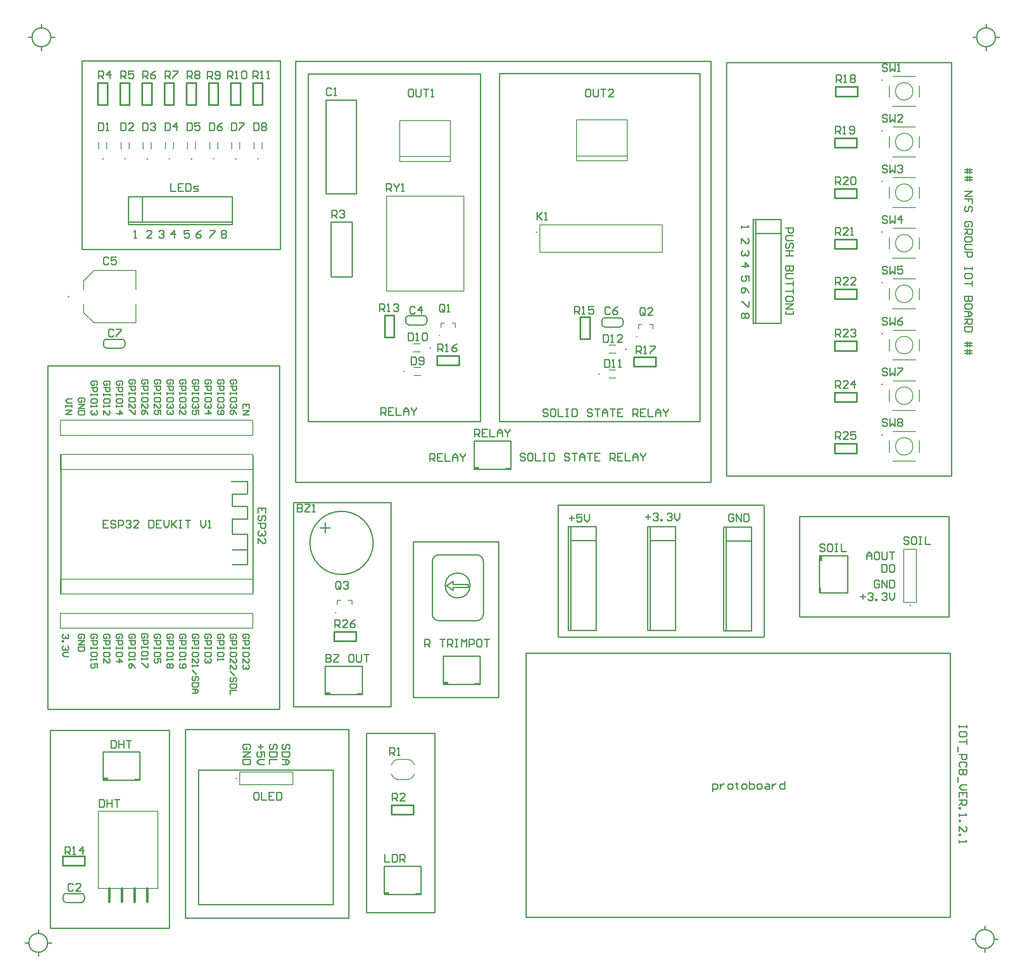
<source format=gto>
G04*
G04 #@! TF.GenerationSoftware,Altium Limited,Altium Designer,23.1.1 (15)*
G04*
G04 Layer_Color=65535*
%FSLAX44Y44*%
%MOMM*%
G71*
G04*
G04 #@! TF.SameCoordinates,AA1C95EE-6770-4743-BBAD-D3AA2F0EE2A5*
G04*
G04*
G04 #@! TF.FilePolarity,Positive*
G04*
G01*
G75*
%ADD10C,0.2000*%
%ADD11C,0.2540*%
%ADD12C,0.0000*%
%ADD13C,0.1270*%
%ADD14C,0.2032*%
%ADD15C,0.3048*%
%ADD16C,0.5080*%
D10*
X115150Y1350010D02*
G03*
X115150Y1350010I-1000J0D01*
G01*
X1233230Y1244600D02*
G03*
X1233230Y1244600I-1000J0D01*
G01*
X1179230Y1195070D02*
G03*
X1179230Y1195070I-1000J0D01*
G01*
X788070Y1200150D02*
G03*
X788070Y1200150I-1000J0D01*
G01*
X840800Y1247140D02*
G03*
X840800Y1247140I-1000J0D01*
G01*
X1746890Y1581540D02*
G03*
X1746890Y1581540I-1000J0D01*
G01*
Y1479940D02*
G03*
X1746890Y1479940I-1000J0D01*
G01*
Y1378340D02*
G03*
X1746890Y1378340I-1000J0D01*
G01*
Y1173870D02*
G03*
X1746890Y1173870I-1000J0D01*
G01*
Y1072270D02*
G03*
X1746890Y1072270I-1000J0D01*
G01*
X1053830Y1479550D02*
G03*
X1053830Y1479550I-1000J0D01*
G01*
X1803630Y730340D02*
G03*
X1803630Y730340I-1000J0D01*
G01*
X450580Y1626680D02*
G03*
X450580Y1626680I-1000J0D01*
G01*
X183880D02*
G03*
X183880Y1626680I-1000J0D01*
G01*
X228330D02*
G03*
X228330Y1626680I-1000J0D01*
G01*
X272780D02*
G03*
X272780Y1626680I-1000J0D01*
G01*
X317230D02*
G03*
X317230Y1626680I-1000J0D01*
G01*
X361680D02*
G03*
X361680Y1626680I-1000J0D01*
G01*
X406130D02*
G03*
X406130Y1626680I-1000J0D01*
G01*
X495030D02*
G03*
X495030Y1626680I-1000J0D01*
G01*
X1746890Y1683140D02*
G03*
X1746890Y1683140I-1000J0D01*
G01*
Y1784740D02*
G03*
X1746890Y1784740I-1000J0D01*
G01*
Y1275470D02*
G03*
X1746890Y1275470I-1000J0D01*
G01*
X451940Y383040D02*
G03*
X451940Y383040I-1000J0D01*
G01*
D11*
X184170Y1253030D02*
G03*
X190170Y1247030I6000J0D01*
G01*
X221170D02*
G03*
X227170Y1253030I0J6000D01*
G01*
X190170Y1265030D02*
G03*
X184170Y1259030I0J-6000D01*
G01*
X227170D02*
G03*
X221170Y1265030I-6000J0D01*
G01*
X72340Y53340D02*
G03*
X72340Y53340I-19000J0D01*
G01*
X1970990Y60960D02*
G03*
X1970990Y60960I-19000J0D01*
G01*
X1973530Y1870710D02*
G03*
X1973530Y1870710I-19000J0D01*
G01*
X78690D02*
G03*
X78690Y1870710I-19000J0D01*
G01*
X725170Y855980D02*
G03*
X725170Y855980I-63500J0D01*
G01*
X1183660Y1295780D02*
G03*
X1189660Y1289780I6000J0D01*
G01*
X1220660D02*
G03*
X1226660Y1295780I0J6000D01*
G01*
X1189660Y1307780D02*
G03*
X1183660Y1301780I0J-6000D01*
G01*
X1226660D02*
G03*
X1220660Y1307780I-6000J0D01*
G01*
X789960Y1300020D02*
G03*
X795960Y1294020I6000J0D01*
G01*
X826960D02*
G03*
X832960Y1300020I0J6000D01*
G01*
X795960Y1312020D02*
G03*
X789960Y1306020I0J-6000D01*
G01*
X832960D02*
G03*
X826960Y1312020I-6000J0D01*
G01*
X146030Y146510D02*
G03*
X140030Y152510I-6000J0D01*
G01*
X109030D02*
G03*
X103030Y146510I0J-6000D01*
G01*
X140030Y134510D02*
G03*
X146030Y140510I0J6000D01*
G01*
X103030D02*
G03*
X109030Y134510I6000J0D01*
G01*
X843950Y712710D02*
G03*
X856650Y700010I12700J0D01*
G01*
X933250D02*
G03*
X945950Y712710I0J12700D01*
G01*
Y819310D02*
G03*
X933250Y832010I-12700J0D01*
G01*
X856650D02*
G03*
X843950Y819310I0J-12700D01*
G01*
X919572Y770562D02*
G03*
X919572Y770562I-25000J0D01*
G01*
X98298Y754634D02*
Y1032510D01*
X472440Y955040D02*
Y979170D01*
X441960Y812800D02*
X472440D01*
Y842010D01*
X441960D02*
X472440D01*
Y873760D01*
X441960D02*
X472440D01*
X441960D02*
Y904240D01*
X472440D01*
Y929640D01*
X441960D02*
X472440D01*
X441960D02*
Y953770D01*
X471170D01*
X440690Y979170D02*
X472440D01*
X191526Y1247030D02*
X220170D01*
X189170D02*
X191526D01*
Y1265030D02*
X220170D01*
X189170D02*
X191526D01*
X184170Y1253030D02*
Y1259030D01*
X227170Y1253030D02*
Y1259030D01*
X72340Y53340D02*
X79840D01*
X26840D02*
X34340D01*
X53340Y26840D02*
Y34340D01*
Y72340D02*
Y79840D01*
X1970990Y60960D02*
X1978490D01*
X1925490D02*
X1932990D01*
X1951990Y34460D02*
Y41960D01*
Y79960D02*
Y87460D01*
X1973530Y1870710D02*
X1981030D01*
X1928030D02*
X1935530D01*
X1954530Y1844210D02*
Y1851710D01*
Y1889710D02*
Y1897210D01*
X78690Y1870710D02*
X86190D01*
X33190D02*
X40690D01*
X59690Y1844210D02*
Y1851710D01*
Y1889710D02*
Y1897210D01*
X618490Y886460D02*
X638810D01*
X628650Y876300D02*
Y896620D01*
X1191016Y1289780D02*
X1219660D01*
X1188660D02*
X1191016D01*
Y1307780D02*
X1219660D01*
X1188660D02*
X1191016D01*
X1183660Y1295780D02*
Y1301781D01*
X1226660Y1295780D02*
Y1301781D01*
X797316Y1294020D02*
X825960D01*
X794960D02*
X797316D01*
Y1312020D02*
X825960D01*
X794960D02*
X797316D01*
X789960Y1300020D02*
Y1306020D01*
X832960Y1300020D02*
Y1306020D01*
X110030Y152510D02*
X138674D01*
X141030D01*
X110030Y134510D02*
X138674D01*
X141030D01*
X146030Y140510D02*
Y146510D01*
X103030Y140510D02*
Y146510D01*
X247010Y380130D02*
Y382130D01*
Y380130D02*
X256010D01*
X247010Y382130D02*
X257010D01*
X183010Y380130D02*
X257010D01*
X184010Y384130D02*
X192010D01*
X184010Y382130D02*
X192010D01*
Y380130D02*
Y384130D01*
X183010Y380130D02*
Y437130D01*
X257010D01*
Y380130D02*
Y437130D01*
X1280160Y680720D02*
Y889000D01*
X1275080Y680720D02*
X1330960D01*
X1275080Y889000D02*
X1330960D01*
Y680720D02*
Y889000D01*
X1275080Y680720D02*
Y889000D01*
X1280160Y861060D02*
X1330960D01*
X1121410Y680720D02*
Y889000D01*
X1116330Y680720D02*
X1172210D01*
X1116330Y889000D02*
X1172210D01*
Y680720D02*
Y889000D01*
X1116330Y680720D02*
Y889000D01*
X1121410Y861060D02*
X1172210D01*
X692780Y551580D02*
Y553580D01*
Y551580D02*
X701780D01*
X692780Y553580D02*
X702780D01*
X628780Y551580D02*
X702780D01*
X629780Y555580D02*
X637780D01*
X629780Y553580D02*
X637780D01*
Y551580D02*
Y555580D01*
X628780Y551580D02*
Y608580D01*
X702780D01*
Y551580D02*
Y608580D01*
X843950Y724010D02*
Y819310D01*
Y712710D02*
Y724010D01*
X856650Y700010D02*
X933250D01*
X945950Y712710D02*
Y819310D01*
X856650Y832010D02*
X933250D01*
X871950Y770010D02*
X884950Y779010D01*
Y773010D02*
Y779010D01*
Y773010D02*
X915950D01*
Y767010D02*
Y773010D01*
X884950Y767010D02*
X915950D01*
X884950Y761010D02*
Y767010D01*
X871950Y770010D02*
X884950Y761010D01*
X1432560Y679450D02*
Y887730D01*
X1427480Y679450D02*
X1483360D01*
X1427480Y887730D02*
X1483360D01*
Y679450D02*
Y887730D01*
X1427480Y679450D02*
Y887730D01*
X1432560Y859790D02*
X1483360D01*
X810890Y150260D02*
Y152260D01*
Y150260D02*
X819890D01*
X810890Y152260D02*
X820890D01*
X746890Y150260D02*
X820890D01*
X747890Y154260D02*
X755890D01*
X747890Y152260D02*
X755890D01*
Y150260D02*
Y154260D01*
X746890Y150260D02*
Y207260D01*
X820890D01*
Y150260D02*
Y207260D01*
X233680Y1499870D02*
X441960D01*
Y1494790D02*
Y1550670D01*
X233680Y1494790D02*
Y1550670D01*
X441960D01*
X233680Y1494790D02*
X441960D01*
X261620Y1499870D02*
Y1550670D01*
X1492250Y1296670D02*
Y1504950D01*
X1487170Y1296670D02*
X1543050D01*
X1487170Y1504950D02*
X1543050D01*
Y1296670D02*
Y1504950D01*
X1487170Y1296670D02*
Y1504950D01*
X1492250Y1477010D02*
X1543050D01*
X991230Y1003700D02*
Y1005700D01*
Y1003700D02*
X1000230D01*
X991230Y1005700D02*
X1001230D01*
X927230Y1003700D02*
X1001230D01*
X928230Y1007700D02*
X936230D01*
X928230Y1005700D02*
X936230D01*
Y1003700D02*
Y1007700D01*
X927230Y1003700D02*
Y1060700D01*
X1001230D01*
Y1003700D02*
Y1060700D01*
X939270Y572170D02*
Y629170D01*
X865270D02*
X939270D01*
X865270Y572170D02*
Y629170D01*
X874270Y572170D02*
Y576170D01*
X866270Y574170D02*
X874270D01*
X866270Y576170D02*
X874270D01*
X865270Y572170D02*
X939270D01*
X929270Y574170D02*
X939270D01*
X929270Y572170D02*
X938270D01*
X929270D02*
Y574170D01*
X1619920Y766180D02*
X1621920D01*
X1619920Y757180D02*
Y766180D01*
X1621920Y756180D02*
Y766180D01*
X1619920Y756180D02*
Y830180D01*
X1623920Y821180D02*
Y829180D01*
X1621920Y821180D02*
Y829180D01*
X1619920Y821180D02*
X1623920D01*
X1619920Y830180D02*
X1676920D01*
Y756180D02*
Y830180D01*
X1619920Y756180D02*
X1676920D01*
X640670Y1500240D02*
X682670D01*
Y1390240D02*
Y1500240D01*
X640670Y1390240D02*
Y1500240D01*
Y1390240D02*
X682670D01*
X629920Y1557020D02*
Y1744980D01*
X690880D01*
Y1557020D02*
Y1744980D01*
X629920Y1557020D02*
X690880D01*
X483630Y754394D02*
Y1032270D01*
X644398Y130302D02*
Y400050D01*
X374650Y130302D02*
Y400050D01*
Y130302D02*
X644398D01*
X374650Y400050D02*
X644398D01*
X1032002Y104902D02*
Y635000D01*
X1882140D01*
Y104902D02*
Y635000D01*
X1032002Y104902D02*
X1882140D01*
X538480Y1445260D02*
Y1823720D01*
X140970Y1445260D02*
X538480D01*
X140970D02*
Y1823720D01*
X538480D01*
X1433830Y990600D02*
Y1819910D01*
X1507490Y932180D02*
X1508760Y930910D01*
X1096010Y932180D02*
X1507490D01*
X1508760Y668238D02*
Y930910D01*
X1096010Y668238D02*
Y932180D01*
Y668238D02*
X1097498Y666750D01*
X1507272D01*
X1508760Y668238D01*
X594843Y1099820D02*
Y1797337D01*
Y1099820D02*
X939800D01*
X594843Y1797337D02*
X939800D01*
X1433830Y990600D02*
X1884680D01*
X1433830Y1819910D02*
X1884680D01*
Y990600D02*
Y1819910D01*
X939800Y1099820D02*
Y1797337D01*
X1380490Y1099820D02*
Y1798320D01*
X977829D02*
X1380490D01*
X977829Y1099820D02*
X1380490D01*
X977829D02*
Y1798320D01*
X1402080Y977900D02*
Y1822737D01*
X569443D02*
X1402080D01*
X569443Y977900D02*
X1402080D01*
X569443D02*
Y1822737D01*
X77470Y480060D02*
X316230D01*
X77470Y82550D02*
Y480060D01*
Y82550D02*
X316230D01*
Y480060D01*
X347980Y481330D02*
X675640D01*
X347980Y102870D02*
Y481330D01*
Y102870D02*
X675640D01*
Y481330D01*
X565150Y937260D02*
X760730D01*
X565150Y527050D02*
Y937260D01*
Y527050D02*
X760730D01*
Y937260D01*
X711200Y473710D02*
X848360D01*
X711200Y114300D02*
Y473710D01*
Y114300D02*
X848360D01*
Y473710D01*
X805180Y546100D02*
Y858520D01*
X1579880Y909320D02*
X1879600D01*
X1579880Y707390D02*
Y909320D01*
Y707390D02*
X1879600D01*
Y909320D01*
X537210Y521970D02*
Y1211580D01*
X72390Y521970D02*
X537210D01*
X72390D02*
Y1211580D01*
X537210D01*
X805180Y858520D02*
X976630D01*
Y546100D02*
Y858520D01*
X805180Y546100D02*
X976630D01*
X509265Y915673D02*
Y925830D01*
X494030D01*
Y915673D01*
X501647Y925830D02*
Y920752D01*
X506726Y900438D02*
X509265Y902977D01*
Y908056D01*
X506726Y910595D01*
X504187D01*
X501647Y908056D01*
Y902977D01*
X499108Y900438D01*
X496569D01*
X494030Y902977D01*
Y908056D01*
X496569Y910595D01*
X494030Y895360D02*
X509265D01*
Y887742D01*
X506726Y885203D01*
X501647D01*
X499108Y887742D01*
Y895360D01*
X506726Y880125D02*
X509265Y877586D01*
Y872507D01*
X506726Y869968D01*
X504187D01*
X501647Y872507D01*
Y875046D01*
Y872507D01*
X499108Y869968D01*
X496569D01*
X494030Y872507D01*
Y877586D01*
X496569Y880125D01*
X494030Y854733D02*
Y864890D01*
X504187Y854733D01*
X506726D01*
X509265Y857272D01*
Y862350D01*
X506726Y864890D01*
X1405890Y356870D02*
Y372105D01*
X1413508D01*
X1416047Y369566D01*
Y364487D01*
X1413508Y361948D01*
X1405890D01*
X1421125Y372105D02*
Y361948D01*
Y367027D01*
X1423664Y369566D01*
X1426203Y372105D01*
X1428743D01*
X1438899Y361948D02*
X1443978D01*
X1446517Y364487D01*
Y369566D01*
X1443978Y372105D01*
X1438899D01*
X1436360Y369566D01*
Y364487D01*
X1438899Y361948D01*
X1454134Y374644D02*
Y372105D01*
X1451595D01*
X1456674D01*
X1454134D01*
Y364487D01*
X1456674Y361948D01*
X1466830D02*
X1471909D01*
X1474448Y364487D01*
Y369566D01*
X1471909Y372105D01*
X1466830D01*
X1464291Y369566D01*
Y364487D01*
X1466830Y361948D01*
X1479526Y377183D02*
Y361948D01*
X1487144D01*
X1489683Y364487D01*
Y367027D01*
Y369566D01*
X1487144Y372105D01*
X1479526D01*
X1497300Y361948D02*
X1502379D01*
X1504918Y364487D01*
Y369566D01*
X1502379Y372105D01*
X1497300D01*
X1494761Y369566D01*
Y364487D01*
X1497300Y361948D01*
X1512536Y372105D02*
X1517614D01*
X1520153Y369566D01*
Y361948D01*
X1512536D01*
X1509996Y364487D01*
X1512536Y367027D01*
X1520153D01*
X1525231Y372105D02*
Y361948D01*
Y367027D01*
X1527771Y369566D01*
X1530310Y372105D01*
X1532849D01*
X1550623Y377183D02*
Y361948D01*
X1543006D01*
X1540466Y364487D01*
Y369566D01*
X1543006Y372105D01*
X1550623D01*
X1915155Y490220D02*
Y485142D01*
Y487681D01*
X1899920D01*
Y490220D01*
Y485142D01*
X1915155Y469907D02*
Y474985D01*
X1912616Y477524D01*
X1902459D01*
X1899920Y474985D01*
Y469907D01*
X1902459Y467367D01*
X1912616D01*
X1915155Y469907D01*
Y462289D02*
Y452132D01*
Y457211D01*
X1899920D01*
X1897381Y447054D02*
Y436897D01*
X1899920Y431819D02*
X1915155D01*
Y424201D01*
X1912616Y421662D01*
X1907538D01*
X1904998Y424201D01*
Y431819D01*
X1912616Y406427D02*
X1915155Y408966D01*
Y414045D01*
X1912616Y416584D01*
X1902459D01*
X1899920Y414045D01*
Y408966D01*
X1902459Y406427D01*
X1915155Y401349D02*
X1899920D01*
Y393731D01*
X1902459Y391192D01*
X1904998D01*
X1907538Y393731D01*
Y401349D01*
Y393731D01*
X1910077Y391192D01*
X1912616D01*
X1915155Y393731D01*
Y401349D01*
X1897381Y386114D02*
Y375957D01*
X1915155Y370879D02*
X1904998D01*
X1899920Y365800D01*
X1904998Y360722D01*
X1915155D01*
Y345487D02*
Y355644D01*
X1899920D01*
Y345487D01*
X1907538Y355644D02*
Y350565D01*
X1899920Y340409D02*
X1915155D01*
Y332791D01*
X1912616Y330252D01*
X1907538D01*
X1904998Y332791D01*
Y340409D01*
Y335330D02*
X1899920Y330252D01*
Y325173D02*
X1902459D01*
Y322634D01*
X1899920D01*
Y325173D01*
Y312477D02*
Y307399D01*
Y309938D01*
X1915155D01*
X1912616Y312477D01*
X1899920Y299782D02*
X1902459D01*
Y297242D01*
X1899920D01*
Y299782D01*
Y276929D02*
Y287086D01*
X1910077Y276929D01*
X1912616D01*
X1915155Y279468D01*
Y284547D01*
X1912616Y287086D01*
X1899920Y271851D02*
X1902459D01*
Y269312D01*
X1899920D01*
Y271851D01*
Y259155D02*
Y254076D01*
Y256616D01*
X1915155D01*
X1912616Y259155D01*
X1911350Y1605281D02*
X1926585D01*
Y1600202D02*
X1911350D01*
X1921507Y1607820D02*
Y1600202D01*
Y1597663D01*
X1916428Y1607820D02*
Y1597663D01*
X1911350Y1590046D02*
X1926585D01*
Y1584967D02*
X1911350D01*
X1921507Y1592585D02*
Y1584967D01*
Y1582428D01*
X1916428Y1592585D02*
Y1582428D01*
X1911350Y1562115D02*
X1926585D01*
X1911350Y1551958D01*
X1926585D01*
Y1536723D02*
Y1546880D01*
X1918967D01*
Y1541801D01*
Y1546880D01*
X1911350D01*
X1924046Y1521488D02*
X1926585Y1524027D01*
Y1529106D01*
X1924046Y1531645D01*
X1921507D01*
X1918967Y1529106D01*
Y1524027D01*
X1916428Y1521488D01*
X1913889D01*
X1911350Y1524027D01*
Y1529106D01*
X1913889Y1531645D01*
X1924046Y1491018D02*
X1926585Y1493557D01*
Y1498635D01*
X1924046Y1501174D01*
X1913889D01*
X1911350Y1498635D01*
Y1493557D01*
X1913889Y1491018D01*
X1918967D01*
Y1496096D01*
X1911350Y1485939D02*
X1926585D01*
Y1478322D01*
X1924046Y1475783D01*
X1918967D01*
X1916428Y1478322D01*
Y1485939D01*
Y1480861D02*
X1911350Y1475783D01*
X1926585Y1463087D02*
Y1468165D01*
X1924046Y1470704D01*
X1913889D01*
X1911350Y1468165D01*
Y1463087D01*
X1913889Y1460548D01*
X1924046D01*
X1926585Y1463087D01*
Y1455469D02*
X1913889D01*
X1911350Y1452930D01*
Y1447852D01*
X1913889Y1445313D01*
X1926585D01*
X1911350Y1440234D02*
X1926585D01*
Y1432617D01*
X1924046Y1430078D01*
X1918967D01*
X1916428Y1432617D01*
Y1440234D01*
X1926585Y1409764D02*
Y1404686D01*
Y1407225D01*
X1911350D01*
Y1409764D01*
Y1404686D01*
X1926585Y1389451D02*
Y1394529D01*
X1924046Y1397068D01*
X1913889D01*
X1911350Y1394529D01*
Y1389451D01*
X1913889Y1386911D01*
X1924046D01*
X1926585Y1389451D01*
Y1381833D02*
Y1371676D01*
Y1376755D01*
X1911350D01*
X1926585Y1351363D02*
X1911350D01*
Y1343745D01*
X1913889Y1341206D01*
X1916428D01*
X1918967Y1343745D01*
Y1351363D01*
Y1343745D01*
X1921507Y1341206D01*
X1924046D01*
X1926585Y1343745D01*
Y1351363D01*
Y1328510D02*
Y1333589D01*
X1924046Y1336128D01*
X1913889D01*
X1911350Y1333589D01*
Y1328510D01*
X1913889Y1325971D01*
X1924046D01*
X1926585Y1328510D01*
X1911350Y1320893D02*
X1921507D01*
X1926585Y1315815D01*
X1921507Y1310736D01*
X1911350D01*
X1918967D01*
Y1320893D01*
X1911350Y1305658D02*
X1926585D01*
Y1298040D01*
X1924046Y1295501D01*
X1918967D01*
X1916428Y1298040D01*
Y1305658D01*
Y1300579D02*
X1911350Y1295501D01*
X1926585Y1290423D02*
X1911350D01*
Y1282805D01*
X1913889Y1280266D01*
X1924046D01*
X1926585Y1282805D01*
Y1290423D01*
X1911350Y1257413D02*
X1926585D01*
Y1252335D02*
X1911350D01*
X1921507Y1259952D02*
Y1252335D01*
Y1249796D01*
X1916428Y1259952D02*
Y1249796D01*
X1911350Y1242178D02*
X1926585D01*
Y1237100D02*
X1911350D01*
X1921507Y1244717D02*
Y1237100D01*
Y1234561D01*
X1916428Y1244717D02*
Y1234561D01*
X245110Y1468120D02*
X250188D01*
X247649D01*
Y1483355D01*
X245110Y1480816D01*
X280667Y1468120D02*
X270510D01*
X280667Y1478277D01*
Y1480816D01*
X278127Y1483355D01*
X273049D01*
X270510Y1480816D01*
X294640D02*
X297179Y1483355D01*
X302257D01*
X304797Y1480816D01*
Y1478277D01*
X302257Y1475737D01*
X299718D01*
X302257D01*
X304797Y1473198D01*
Y1470659D01*
X302257Y1468120D01*
X297179D01*
X294640Y1470659D01*
X326387Y1468120D02*
Y1483355D01*
X318770Y1475737D01*
X328927D01*
X355597Y1483355D02*
X345440D01*
Y1475737D01*
X350518Y1478277D01*
X353058D01*
X355597Y1475737D01*
Y1470659D01*
X353058Y1468120D01*
X347979D01*
X345440Y1470659D01*
X379727Y1483355D02*
X374648Y1480816D01*
X369570Y1475737D01*
Y1470659D01*
X372109Y1468120D01*
X377188D01*
X379727Y1470659D01*
Y1473198D01*
X377188Y1475737D01*
X369570D01*
X397510Y1483355D02*
X407667D01*
Y1480816D01*
X397510Y1470659D01*
Y1468120D01*
X420370Y1480816D02*
X422909Y1483355D01*
X427988D01*
X430527Y1480816D01*
Y1478277D01*
X427988Y1475737D01*
X430527Y1473198D01*
Y1470659D01*
X427988Y1468120D01*
X422909D01*
X420370Y1470659D01*
Y1473198D01*
X422909Y1475737D01*
X420370Y1478277D01*
Y1480816D01*
X422909Y1475737D02*
X427988D01*
X1475736Y1316990D02*
X1478275Y1314451D01*
Y1309373D01*
X1475736Y1306833D01*
X1473197D01*
X1470658Y1309373D01*
X1468118Y1306833D01*
X1465579D01*
X1463040Y1309373D01*
Y1314451D01*
X1465579Y1316990D01*
X1468118D01*
X1470658Y1314451D01*
X1473197Y1316990D01*
X1475736D01*
X1470658Y1314451D02*
Y1309373D01*
X1478275Y1339850D02*
Y1329693D01*
X1475736D01*
X1465579Y1339850D01*
X1463040D01*
X1478275Y1357633D02*
X1475736Y1362712D01*
X1470658Y1367790D01*
X1465579D01*
X1463040Y1365251D01*
Y1360172D01*
X1465579Y1357633D01*
X1468118D01*
X1470658Y1360172D01*
Y1367790D01*
X1478275Y1381763D02*
Y1391920D01*
X1470658D01*
X1473197Y1386842D01*
Y1384303D01*
X1470658Y1381763D01*
X1465579D01*
X1463040Y1384303D01*
Y1389381D01*
X1465579Y1391920D01*
X1463040Y1410972D02*
X1478275D01*
X1470658Y1418590D01*
Y1408433D01*
X1475736Y1442720D02*
X1478275Y1440181D01*
Y1435103D01*
X1475736Y1432563D01*
X1473197D01*
X1470658Y1435103D01*
Y1437642D01*
Y1435103D01*
X1468118Y1432563D01*
X1465579D01*
X1463040Y1435103D01*
Y1440181D01*
X1465579Y1442720D01*
X1463040Y1456693D02*
Y1466850D01*
X1473197Y1456693D01*
X1475736D01*
X1478275Y1459232D01*
Y1464311D01*
X1475736Y1466850D01*
X1463040Y1492250D02*
Y1487172D01*
Y1489711D01*
X1478275D01*
X1475736Y1492250D01*
X740410Y1112520D02*
Y1127755D01*
X748027D01*
X750567Y1125216D01*
Y1120137D01*
X748027Y1117598D01*
X740410D01*
X745488D02*
X750567Y1112520D01*
X765802Y1127755D02*
X755645D01*
Y1112520D01*
X765802D01*
X755645Y1120137D02*
X760723D01*
X770880Y1127755D02*
Y1112520D01*
X781037D01*
X786115D02*
Y1122677D01*
X791194Y1127755D01*
X796272Y1122677D01*
Y1112520D01*
Y1120137D01*
X786115D01*
X801350Y1127755D02*
Y1125216D01*
X806429Y1120137D01*
X811507Y1125216D01*
Y1127755D01*
X806429Y1120137D02*
Y1112520D01*
X1075687Y1122676D02*
X1073148Y1125215D01*
X1068069D01*
X1065530Y1122676D01*
Y1120137D01*
X1068069Y1117598D01*
X1073148D01*
X1075687Y1115058D01*
Y1112519D01*
X1073148Y1109980D01*
X1068069D01*
X1065530Y1112519D01*
X1088383Y1125215D02*
X1083304D01*
X1080765Y1122676D01*
Y1112519D01*
X1083304Y1109980D01*
X1088383D01*
X1090922Y1112519D01*
Y1122676D01*
X1088383Y1125215D01*
X1096000D02*
Y1109980D01*
X1106157D01*
X1111235Y1125215D02*
X1116314D01*
X1113774D01*
Y1109980D01*
X1111235D01*
X1116314D01*
X1123931Y1125215D02*
Y1109980D01*
X1131549D01*
X1134088Y1112519D01*
Y1122676D01*
X1131549Y1125215D01*
X1123931D01*
X1164558Y1122676D02*
X1162019Y1125215D01*
X1156940D01*
X1154401Y1122676D01*
Y1120137D01*
X1156940Y1117598D01*
X1162019D01*
X1164558Y1115058D01*
Y1112519D01*
X1162019Y1109980D01*
X1156940D01*
X1154401Y1112519D01*
X1169636Y1125215D02*
X1179793D01*
X1174715D01*
Y1109980D01*
X1184871D02*
Y1120137D01*
X1189950Y1125215D01*
X1195028Y1120137D01*
Y1109980D01*
Y1117598D01*
X1184871D01*
X1200107Y1125215D02*
X1210263D01*
X1205185D01*
Y1109980D01*
X1225498Y1125215D02*
X1215341D01*
Y1109980D01*
X1225498D01*
X1215341Y1117598D02*
X1220420D01*
X1245812Y1109980D02*
Y1125215D01*
X1253429D01*
X1255968Y1122676D01*
Y1117598D01*
X1253429Y1115058D01*
X1245812D01*
X1250890D02*
X1255968Y1109980D01*
X1271204Y1125215D02*
X1261047D01*
Y1109980D01*
X1271204D01*
X1261047Y1117598D02*
X1266125D01*
X1276282Y1125215D02*
Y1109980D01*
X1286438D01*
X1291517D02*
Y1120137D01*
X1296595Y1125215D01*
X1301674Y1120137D01*
Y1109980D01*
Y1117598D01*
X1291517D01*
X1306752Y1125215D02*
Y1122676D01*
X1311830Y1117598D01*
X1316909Y1122676D01*
Y1125215D01*
X1311830Y1117598D02*
Y1109980D01*
X1029967Y1033776D02*
X1027428Y1036315D01*
X1022349D01*
X1019810Y1033776D01*
Y1031237D01*
X1022349Y1028698D01*
X1027428D01*
X1029967Y1026158D01*
Y1023619D01*
X1027428Y1021080D01*
X1022349D01*
X1019810Y1023619D01*
X1042663Y1036315D02*
X1037584D01*
X1035045Y1033776D01*
Y1023619D01*
X1037584Y1021080D01*
X1042663D01*
X1045202Y1023619D01*
Y1033776D01*
X1042663Y1036315D01*
X1050280D02*
Y1021080D01*
X1060437D01*
X1065515Y1036315D02*
X1070594D01*
X1068054D01*
Y1021080D01*
X1065515D01*
X1070594D01*
X1078211Y1036315D02*
Y1021080D01*
X1085829D01*
X1088368Y1023619D01*
Y1033776D01*
X1085829Y1036315D01*
X1078211D01*
X1118838Y1033776D02*
X1116299Y1036315D01*
X1111220D01*
X1108681Y1033776D01*
Y1031237D01*
X1111220Y1028698D01*
X1116299D01*
X1118838Y1026158D01*
Y1023619D01*
X1116299Y1021080D01*
X1111220D01*
X1108681Y1023619D01*
X1123916Y1036315D02*
X1134073D01*
X1128995D01*
Y1021080D01*
X1139151D02*
Y1031237D01*
X1144230Y1036315D01*
X1149308Y1031237D01*
Y1021080D01*
Y1028698D01*
X1139151D01*
X1154387Y1036315D02*
X1164543D01*
X1159465D01*
Y1021080D01*
X1179778Y1036315D02*
X1169622D01*
Y1021080D01*
X1179778D01*
X1169622Y1028698D02*
X1174700D01*
X1200092Y1021080D02*
Y1036315D01*
X1207709D01*
X1210248Y1033776D01*
Y1028698D01*
X1207709Y1026158D01*
X1200092D01*
X1205170D02*
X1210248Y1021080D01*
X1225483Y1036315D02*
X1215327D01*
Y1021080D01*
X1225483D01*
X1215327Y1028698D02*
X1220405D01*
X1230562Y1036315D02*
Y1021080D01*
X1240719D01*
X1245797D02*
Y1031237D01*
X1250875Y1036315D01*
X1255954Y1031237D01*
Y1021080D01*
Y1028698D01*
X1245797D01*
X1261032Y1036315D02*
Y1033776D01*
X1266110Y1028698D01*
X1271189Y1033776D01*
Y1036315D01*
X1266110Y1028698D02*
Y1021080D01*
X838200Y1019810D02*
Y1035045D01*
X845817D01*
X848357Y1032506D01*
Y1027428D01*
X845817Y1024888D01*
X838200D01*
X843278D02*
X848357Y1019810D01*
X863592Y1035045D02*
X853435D01*
Y1019810D01*
X863592D01*
X853435Y1027428D02*
X858513D01*
X868670Y1035045D02*
Y1019810D01*
X878827D01*
X883905D02*
Y1029967D01*
X888984Y1035045D01*
X894062Y1029967D01*
Y1019810D01*
Y1027428D01*
X883905D01*
X899140Y1035045D02*
Y1032506D01*
X904219Y1027428D01*
X909297Y1032506D01*
Y1035045D01*
X904219Y1027428D02*
Y1019810D01*
X120646Y1145540D02*
X112182D01*
X107950Y1141308D01*
X112182Y1137076D01*
X120646D01*
Y1132844D02*
Y1128612D01*
Y1130728D01*
X107950D01*
Y1132844D01*
Y1128612D01*
Y1122264D02*
X120646D01*
X107950Y1113800D01*
X120646D01*
X143930Y1138346D02*
X146046Y1140462D01*
Y1144694D01*
X143930Y1146810D01*
X135466D01*
X133350Y1144694D01*
Y1140462D01*
X135466Y1138346D01*
X139698D01*
Y1142578D01*
X133350Y1134114D02*
X146046D01*
X133350Y1125650D01*
X146046D01*
Y1121418D02*
X133350D01*
Y1115070D01*
X135466Y1112954D01*
X143930D01*
X146046Y1115070D01*
Y1121418D01*
X169330Y1172636D02*
X171446Y1174752D01*
Y1178984D01*
X169330Y1181100D01*
X160866D01*
X158750Y1178984D01*
Y1174752D01*
X160866Y1172636D01*
X165098D01*
Y1176868D01*
X158750Y1168404D02*
X171446D01*
Y1162056D01*
X169330Y1159940D01*
X165098D01*
X162982Y1162056D01*
Y1168404D01*
X171446Y1155708D02*
Y1151476D01*
Y1153592D01*
X158750D01*
Y1155708D01*
Y1151476D01*
X171446Y1138780D02*
Y1143012D01*
X169330Y1145128D01*
X160866D01*
X158750Y1143012D01*
Y1138780D01*
X160866Y1136664D01*
X169330D01*
X171446Y1138780D01*
X158750Y1132432D02*
Y1128201D01*
Y1130316D01*
X171446D01*
X169330Y1132432D01*
Y1121852D02*
X171446Y1119736D01*
Y1115505D01*
X169330Y1113389D01*
X167214D01*
X165098Y1115505D01*
Y1117620D01*
Y1115505D01*
X162982Y1113389D01*
X160866D01*
X158750Y1115505D01*
Y1119736D01*
X160866Y1121852D01*
X194730Y1172636D02*
X196846Y1174752D01*
Y1178984D01*
X194730Y1181100D01*
X186266D01*
X184150Y1178984D01*
Y1174752D01*
X186266Y1172636D01*
X190498D01*
Y1176868D01*
X184150Y1168404D02*
X196846D01*
Y1162056D01*
X194730Y1159940D01*
X190498D01*
X188382Y1162056D01*
Y1168404D01*
X196846Y1155708D02*
Y1151476D01*
Y1153592D01*
X184150D01*
Y1155708D01*
Y1151476D01*
X196846Y1138780D02*
Y1143012D01*
X194730Y1145128D01*
X186266D01*
X184150Y1143012D01*
Y1138780D01*
X186266Y1136664D01*
X194730D01*
X196846Y1138780D01*
X184150Y1132432D02*
Y1128201D01*
Y1130316D01*
X196846D01*
X194730Y1132432D01*
X184150Y1113389D02*
Y1121852D01*
X192614Y1113389D01*
X194730D01*
X196846Y1115505D01*
Y1119736D01*
X194730Y1121852D01*
X220130Y1172636D02*
X222246Y1174752D01*
Y1178984D01*
X220130Y1181100D01*
X211666D01*
X209550Y1178984D01*
Y1174752D01*
X211666Y1172636D01*
X215898D01*
Y1176868D01*
X209550Y1168404D02*
X222246D01*
Y1162056D01*
X220130Y1159940D01*
X215898D01*
X213782Y1162056D01*
Y1168404D01*
X222246Y1155708D02*
Y1151476D01*
Y1153592D01*
X209550D01*
Y1155708D01*
Y1151476D01*
X222246Y1138780D02*
Y1143012D01*
X220130Y1145128D01*
X211666D01*
X209550Y1143012D01*
Y1138780D01*
X211666Y1136664D01*
X220130D01*
X222246Y1138780D01*
X209550Y1132432D02*
Y1128201D01*
Y1130316D01*
X222246D01*
X220130Y1132432D01*
X209550Y1115505D02*
X222246D01*
X215898Y1121852D01*
Y1113389D01*
X245530Y1175176D02*
X247646Y1177292D01*
Y1181524D01*
X245530Y1183640D01*
X237066D01*
X234950Y1181524D01*
Y1177292D01*
X237066Y1175176D01*
X241298D01*
Y1179408D01*
X234950Y1170944D02*
X247646D01*
Y1164596D01*
X245530Y1162480D01*
X241298D01*
X239182Y1164596D01*
Y1170944D01*
X247646Y1158248D02*
Y1154016D01*
Y1156132D01*
X234950D01*
Y1158248D01*
Y1154016D01*
X247646Y1141320D02*
Y1145552D01*
X245530Y1147668D01*
X237066D01*
X234950Y1145552D01*
Y1141320D01*
X237066Y1139204D01*
X245530D01*
X247646Y1141320D01*
X234950Y1126508D02*
Y1134972D01*
X243414Y1126508D01*
X245530D01*
X247646Y1128624D01*
Y1132857D01*
X245530Y1134972D01*
X247646Y1122277D02*
Y1113813D01*
X245530D01*
X237066Y1122277D01*
X234950D01*
X270930Y1175176D02*
X273046Y1177292D01*
Y1181524D01*
X270930Y1183640D01*
X262466D01*
X260350Y1181524D01*
Y1177292D01*
X262466Y1175176D01*
X266698D01*
Y1179408D01*
X260350Y1170944D02*
X273046D01*
Y1164596D01*
X270930Y1162480D01*
X266698D01*
X264582Y1164596D01*
Y1170944D01*
X273046Y1158248D02*
Y1154016D01*
Y1156132D01*
X260350D01*
Y1158248D01*
Y1154016D01*
X273046Y1141320D02*
Y1145552D01*
X270930Y1147668D01*
X262466D01*
X260350Y1145552D01*
Y1141320D01*
X262466Y1139204D01*
X270930D01*
X273046Y1141320D01*
X260350Y1126508D02*
Y1134972D01*
X268814Y1126508D01*
X270930D01*
X273046Y1128624D01*
Y1132857D01*
X270930Y1134972D01*
X273046Y1113813D02*
X270930Y1118045D01*
X266698Y1122277D01*
X262466D01*
X260350Y1120161D01*
Y1115929D01*
X262466Y1113813D01*
X264582D01*
X266698Y1115929D01*
Y1122277D01*
X296330Y1175176D02*
X298446Y1177292D01*
Y1181524D01*
X296330Y1183640D01*
X287866D01*
X285750Y1181524D01*
Y1177292D01*
X287866Y1175176D01*
X292098D01*
Y1179408D01*
X285750Y1170944D02*
X298446D01*
Y1164596D01*
X296330Y1162480D01*
X292098D01*
X289982Y1164596D01*
Y1170944D01*
X298446Y1158248D02*
Y1154016D01*
Y1156132D01*
X285750D01*
Y1158248D01*
Y1154016D01*
X298446Y1141320D02*
Y1145552D01*
X296330Y1147668D01*
X287866D01*
X285750Y1145552D01*
Y1141320D01*
X287866Y1139204D01*
X296330D01*
X298446Y1141320D01*
X285750Y1126508D02*
Y1134972D01*
X294214Y1126508D01*
X296330D01*
X298446Y1128624D01*
Y1132857D01*
X296330Y1134972D01*
X298446Y1113813D02*
Y1122277D01*
X292098D01*
X294214Y1118045D01*
Y1115929D01*
X292098Y1113813D01*
X287866D01*
X285750Y1115929D01*
Y1120161D01*
X287866Y1122277D01*
X321730Y1175176D02*
X323846Y1177292D01*
Y1181524D01*
X321730Y1183640D01*
X313266D01*
X311150Y1181524D01*
Y1177292D01*
X313266Y1175176D01*
X317498D01*
Y1179408D01*
X311150Y1170944D02*
X323846D01*
Y1164596D01*
X321730Y1162480D01*
X317498D01*
X315382Y1164596D01*
Y1170944D01*
X323846Y1158248D02*
Y1154016D01*
Y1156132D01*
X311150D01*
Y1158248D01*
Y1154016D01*
X323846Y1141320D02*
Y1145552D01*
X321730Y1147668D01*
X313266D01*
X311150Y1145552D01*
Y1141320D01*
X313266Y1139204D01*
X321730D01*
X323846Y1141320D01*
X321730Y1134972D02*
X323846Y1132857D01*
Y1128624D01*
X321730Y1126508D01*
X319614D01*
X317498Y1128624D01*
Y1130741D01*
Y1128624D01*
X315382Y1126508D01*
X313266D01*
X311150Y1128624D01*
Y1132857D01*
X313266Y1134972D01*
X321730Y1122277D02*
X323846Y1120161D01*
Y1115929D01*
X321730Y1113813D01*
X319614D01*
X317498Y1115929D01*
Y1118045D01*
Y1115929D01*
X315382Y1113813D01*
X313266D01*
X311150Y1115929D01*
Y1120161D01*
X313266Y1122277D01*
X347130Y1175176D02*
X349246Y1177292D01*
Y1181524D01*
X347130Y1183640D01*
X338666D01*
X336550Y1181524D01*
Y1177292D01*
X338666Y1175176D01*
X342898D01*
Y1179408D01*
X336550Y1170944D02*
X349246D01*
Y1164596D01*
X347130Y1162480D01*
X342898D01*
X340782Y1164596D01*
Y1170944D01*
X349246Y1158248D02*
Y1154016D01*
Y1156132D01*
X336550D01*
Y1158248D01*
Y1154016D01*
X349246Y1141320D02*
Y1145552D01*
X347130Y1147668D01*
X338666D01*
X336550Y1145552D01*
Y1141320D01*
X338666Y1139204D01*
X347130D01*
X349246Y1141320D01*
X347130Y1134972D02*
X349246Y1132857D01*
Y1128624D01*
X347130Y1126508D01*
X345014D01*
X342898Y1128624D01*
Y1130741D01*
Y1128624D01*
X340782Y1126508D01*
X338666D01*
X336550Y1128624D01*
Y1132857D01*
X338666Y1134972D01*
X336550Y1113813D02*
Y1122277D01*
X345014Y1113813D01*
X347130D01*
X349246Y1115929D01*
Y1120161D01*
X347130Y1122277D01*
X372530Y1175176D02*
X374646Y1177292D01*
Y1181524D01*
X372530Y1183640D01*
X364066D01*
X361950Y1181524D01*
Y1177292D01*
X364066Y1175176D01*
X368298D01*
Y1179408D01*
X361950Y1170944D02*
X374646D01*
Y1164596D01*
X372530Y1162480D01*
X368298D01*
X366182Y1164596D01*
Y1170944D01*
X374646Y1158248D02*
Y1154016D01*
Y1156132D01*
X361950D01*
Y1158248D01*
Y1154016D01*
X374646Y1141320D02*
Y1145552D01*
X372530Y1147668D01*
X364066D01*
X361950Y1145552D01*
Y1141320D01*
X364066Y1139204D01*
X372530D01*
X374646Y1141320D01*
X372530Y1134972D02*
X374646Y1132857D01*
Y1128624D01*
X372530Y1126508D01*
X370414D01*
X368298Y1128624D01*
Y1130741D01*
Y1128624D01*
X366182Y1126508D01*
X364066D01*
X361950Y1128624D01*
Y1132857D01*
X364066Y1134972D01*
X374646Y1113813D02*
Y1122277D01*
X368298D01*
X370414Y1118045D01*
Y1115929D01*
X368298Y1113813D01*
X364066D01*
X361950Y1115929D01*
Y1120161D01*
X364066Y1122277D01*
X397930Y1175176D02*
X400046Y1177292D01*
Y1181524D01*
X397930Y1183640D01*
X389466D01*
X387350Y1181524D01*
Y1177292D01*
X389466Y1175176D01*
X393698D01*
Y1179408D01*
X387350Y1170944D02*
X400046D01*
Y1164596D01*
X397930Y1162480D01*
X393698D01*
X391582Y1164596D01*
Y1170944D01*
X400046Y1158248D02*
Y1154016D01*
Y1156132D01*
X387350D01*
Y1158248D01*
Y1154016D01*
X400046Y1141320D02*
Y1145552D01*
X397930Y1147668D01*
X389466D01*
X387350Y1145552D01*
Y1141320D01*
X389466Y1139204D01*
X397930D01*
X400046Y1141320D01*
X397930Y1134972D02*
X400046Y1132857D01*
Y1128624D01*
X397930Y1126508D01*
X395814D01*
X393698Y1128624D01*
Y1130741D01*
Y1128624D01*
X391582Y1126508D01*
X389466D01*
X387350Y1128624D01*
Y1132857D01*
X389466Y1134972D01*
X387350Y1115929D02*
X400046D01*
X393698Y1122277D01*
Y1113813D01*
X423330Y1175176D02*
X425446Y1177292D01*
Y1181524D01*
X423330Y1183640D01*
X414866D01*
X412750Y1181524D01*
Y1177292D01*
X414866Y1175176D01*
X419098D01*
Y1179408D01*
X412750Y1170944D02*
X425446D01*
Y1164596D01*
X423330Y1162480D01*
X419098D01*
X416982Y1164596D01*
Y1170944D01*
X425446Y1158248D02*
Y1154016D01*
Y1156132D01*
X412750D01*
Y1158248D01*
Y1154016D01*
X425446Y1141320D02*
Y1145552D01*
X423330Y1147668D01*
X414866D01*
X412750Y1145552D01*
Y1141320D01*
X414866Y1139204D01*
X423330D01*
X425446Y1141320D01*
X423330Y1134972D02*
X425446Y1132857D01*
Y1128624D01*
X423330Y1126508D01*
X421214D01*
X419098Y1128624D01*
Y1130741D01*
Y1128624D01*
X416982Y1126508D01*
X414866D01*
X412750Y1128624D01*
Y1132857D01*
X414866Y1134972D01*
Y1122277D02*
X412750Y1120161D01*
Y1115929D01*
X414866Y1113813D01*
X423330D01*
X425446Y1115929D01*
Y1120161D01*
X423330Y1122277D01*
X421214D01*
X419098Y1120161D01*
Y1113813D01*
X448730Y1175176D02*
X450846Y1177292D01*
Y1181524D01*
X448730Y1183640D01*
X440266D01*
X438150Y1181524D01*
Y1177292D01*
X440266Y1175176D01*
X444498D01*
Y1179408D01*
X438150Y1170944D02*
X450846D01*
Y1164596D01*
X448730Y1162480D01*
X444498D01*
X442382Y1164596D01*
Y1170944D01*
X450846Y1158248D02*
Y1154016D01*
Y1156132D01*
X438150D01*
Y1158248D01*
Y1154016D01*
X450846Y1141320D02*
Y1145552D01*
X448730Y1147668D01*
X440266D01*
X438150Y1145552D01*
Y1141320D01*
X440266Y1139204D01*
X448730D01*
X450846Y1141320D01*
X448730Y1134972D02*
X450846Y1132857D01*
Y1128624D01*
X448730Y1126508D01*
X446614D01*
X444498Y1128624D01*
Y1130741D01*
Y1128624D01*
X442382Y1126508D01*
X440266D01*
X438150Y1128624D01*
Y1132857D01*
X440266Y1134972D01*
X450846Y1113813D02*
X448730Y1118045D01*
X444498Y1122277D01*
X440266D01*
X438150Y1120161D01*
Y1115929D01*
X440266Y1113813D01*
X442382D01*
X444498Y1115929D01*
Y1122277D01*
X476246Y1125646D02*
Y1134110D01*
X463550D01*
Y1125646D01*
X469898Y1134110D02*
Y1129878D01*
X463550Y1121414D02*
X476246D01*
X463550Y1112950D01*
X476246D01*
X111981Y672923D02*
X114096Y670807D01*
Y666575D01*
X111981Y664459D01*
X109865D01*
X107749Y666575D01*
Y668691D01*
Y666575D01*
X105633Y664459D01*
X103517D01*
X101401Y666575D01*
Y670807D01*
X103517Y672923D01*
X101401Y660227D02*
X103517D01*
Y658111D01*
X101401D01*
Y660227D01*
X111981Y649647D02*
X114096Y647531D01*
Y643299D01*
X111981Y641183D01*
X109865D01*
X107749Y643299D01*
Y645415D01*
Y643299D01*
X105633Y641183D01*
X103517D01*
X101401Y643299D01*
Y647531D01*
X103517Y649647D01*
X114096Y636951D02*
X105633D01*
X101401Y632719D01*
X105633Y628487D01*
X114096D01*
X143731Y664459D02*
X145847Y666575D01*
Y670807D01*
X143731Y672923D01*
X135267D01*
X133151Y670807D01*
Y666575D01*
X135267Y664459D01*
X139499D01*
Y668691D01*
X133151Y660227D02*
X145847D01*
X133151Y651763D01*
X145847D01*
Y647531D02*
X133151D01*
Y641183D01*
X135267Y639067D01*
X143731D01*
X145847Y641183D01*
Y647531D01*
X169131Y664459D02*
X171246Y666575D01*
Y670807D01*
X169131Y672923D01*
X160667D01*
X158551Y670807D01*
Y666575D01*
X160667Y664459D01*
X164899D01*
Y668691D01*
X158551Y660227D02*
X171246D01*
Y653879D01*
X169131Y651763D01*
X164899D01*
X162783Y653879D01*
Y660227D01*
X171246Y647531D02*
Y643299D01*
Y645415D01*
X158551D01*
Y647531D01*
Y643299D01*
X171246Y630603D02*
Y634835D01*
X169131Y636951D01*
X160667D01*
X158551Y634835D01*
Y630603D01*
X160667Y628487D01*
X169131D01*
X171246Y630603D01*
X158551Y624255D02*
Y620023D01*
Y622139D01*
X171246D01*
X169131Y624255D01*
X171246Y605211D02*
Y613675D01*
X164899D01*
X167015Y609444D01*
Y607327D01*
X164899Y605211D01*
X160667D01*
X158551Y607327D01*
Y611559D01*
X160667Y613675D01*
X194531Y664459D02*
X196646Y666575D01*
Y670807D01*
X194531Y672923D01*
X186067D01*
X183951Y670807D01*
Y666575D01*
X186067Y664459D01*
X190299D01*
Y668691D01*
X183951Y660227D02*
X196646D01*
Y653879D01*
X194531Y651763D01*
X190299D01*
X188183Y653879D01*
Y660227D01*
X196646Y647531D02*
Y643299D01*
Y645415D01*
X183951D01*
Y647531D01*
Y643299D01*
X196646Y630603D02*
Y634835D01*
X194531Y636951D01*
X186067D01*
X183951Y634835D01*
Y630603D01*
X186067Y628487D01*
X194531D01*
X196646Y630603D01*
X183951Y615791D02*
Y624255D01*
X192415Y615791D01*
X194531D01*
X196646Y617907D01*
Y622139D01*
X194531Y624255D01*
X219931Y664459D02*
X222047Y666575D01*
Y670807D01*
X219931Y672923D01*
X211467D01*
X209351Y670807D01*
Y666575D01*
X211467Y664459D01*
X215699D01*
Y668691D01*
X209351Y660227D02*
X222047D01*
Y653879D01*
X219931Y651763D01*
X215699D01*
X213583Y653879D01*
Y660227D01*
X222047Y647531D02*
Y643299D01*
Y645415D01*
X209351D01*
Y647531D01*
Y643299D01*
X222047Y630603D02*
Y634835D01*
X219931Y636951D01*
X211467D01*
X209351Y634835D01*
Y630603D01*
X211467Y628487D01*
X219931D01*
X222047Y630603D01*
X209351Y617907D02*
X222047D01*
X215699Y624255D01*
Y615791D01*
X245331Y664459D02*
X247446Y666575D01*
Y670807D01*
X245331Y672923D01*
X236867D01*
X234751Y670807D01*
Y666575D01*
X236867Y664459D01*
X241099D01*
Y668691D01*
X234751Y660227D02*
X247446D01*
Y653879D01*
X245331Y651763D01*
X241099D01*
X238983Y653879D01*
Y660227D01*
X247446Y647531D02*
Y643299D01*
Y645415D01*
X234751D01*
Y647531D01*
Y643299D01*
X247446Y630603D02*
Y634835D01*
X245331Y636951D01*
X236867D01*
X234751Y634835D01*
Y630603D01*
X236867Y628487D01*
X245331D01*
X247446Y630603D01*
X234751Y624255D02*
Y620023D01*
Y622139D01*
X247446D01*
X245331Y624255D01*
X247446Y605211D02*
X245331Y609444D01*
X241099Y613675D01*
X236867D01*
X234751Y611559D01*
Y607327D01*
X236867Y605211D01*
X238983D01*
X241099Y607327D01*
Y613675D01*
X270731Y665729D02*
X272847Y667845D01*
Y672077D01*
X270731Y674193D01*
X262267D01*
X260151Y672077D01*
Y667845D01*
X262267Y665729D01*
X266499D01*
Y669961D01*
X260151Y661497D02*
X272847D01*
Y655149D01*
X270731Y653033D01*
X266499D01*
X264383Y655149D01*
Y661497D01*
X272847Y648801D02*
Y644569D01*
Y646685D01*
X260151D01*
Y648801D01*
Y644569D01*
X272847Y631873D02*
Y636105D01*
X270731Y638221D01*
X262267D01*
X260151Y636105D01*
Y631873D01*
X262267Y629757D01*
X270731D01*
X272847Y631873D01*
X260151Y625525D02*
Y621293D01*
Y623409D01*
X272847D01*
X270731Y625525D01*
X272847Y614945D02*
Y606482D01*
X270731D01*
X262267Y614945D01*
X260151D01*
X296131Y664459D02*
X298246Y666575D01*
Y670807D01*
X296131Y672923D01*
X287667D01*
X285551Y670807D01*
Y666575D01*
X287667Y664459D01*
X291899D01*
Y668691D01*
X285551Y660227D02*
X298246D01*
Y653879D01*
X296131Y651763D01*
X291899D01*
X289783Y653879D01*
Y660227D01*
X298246Y647531D02*
Y643299D01*
Y645415D01*
X285551D01*
Y647531D01*
Y643299D01*
X298246Y630603D02*
Y634835D01*
X296131Y636951D01*
X287667D01*
X285551Y634835D01*
Y630603D01*
X287667Y628487D01*
X296131D01*
X298246Y630603D01*
Y615791D02*
Y624255D01*
X291899D01*
X294015Y620023D01*
Y617907D01*
X291899Y615791D01*
X287667D01*
X285551Y617907D01*
Y622139D01*
X287667Y624255D01*
X321531Y664459D02*
X323647Y666575D01*
Y670807D01*
X321531Y672923D01*
X313067D01*
X310951Y670807D01*
Y666575D01*
X313067Y664459D01*
X317299D01*
Y668691D01*
X310951Y660227D02*
X323647D01*
Y653879D01*
X321531Y651763D01*
X317299D01*
X315183Y653879D01*
Y660227D01*
X323647Y647531D02*
Y643299D01*
Y645415D01*
X310951D01*
Y647531D01*
Y643299D01*
X323647Y630603D02*
Y634835D01*
X321531Y636951D01*
X313067D01*
X310951Y634835D01*
Y630603D01*
X313067Y628487D01*
X321531D01*
X323647Y630603D01*
X310951Y624255D02*
Y620023D01*
Y622139D01*
X323647D01*
X321531Y624255D01*
Y613675D02*
X323647Y611559D01*
Y607327D01*
X321531Y605211D01*
X319415D01*
X317299Y607327D01*
X315183Y605211D01*
X313067D01*
X310951Y607327D01*
Y611559D01*
X313067Y613675D01*
X315183D01*
X317299Y611559D01*
X319415Y613675D01*
X321531D01*
X317299Y611559D02*
Y607327D01*
X346931Y664459D02*
X349047Y666575D01*
Y670807D01*
X346931Y672923D01*
X338467D01*
X336351Y670807D01*
Y666575D01*
X338467Y664459D01*
X342699D01*
Y668691D01*
X336351Y660227D02*
X349047D01*
Y653879D01*
X346931Y651763D01*
X342699D01*
X340583Y653879D01*
Y660227D01*
X349047Y647531D02*
Y643299D01*
Y645415D01*
X336351D01*
Y647531D01*
Y643299D01*
X349047Y630603D02*
Y634835D01*
X346931Y636951D01*
X338467D01*
X336351Y634835D01*
Y630603D01*
X338467Y628487D01*
X346931D01*
X349047Y630603D01*
X336351Y624255D02*
Y620023D01*
Y622139D01*
X349047D01*
X346931Y624255D01*
X338467Y613675D02*
X336351Y611559D01*
Y607327D01*
X338467Y605211D01*
X346931D01*
X349047Y607327D01*
Y611559D01*
X346931Y613675D01*
X344815D01*
X342699Y611559D01*
Y605211D01*
X372331Y664459D02*
X374446Y666575D01*
Y670807D01*
X372331Y672923D01*
X363867D01*
X361751Y670807D01*
Y666575D01*
X363867Y664459D01*
X368099D01*
Y668691D01*
X361751Y660227D02*
X374446D01*
Y653879D01*
X372331Y651763D01*
X368099D01*
X365983Y653879D01*
Y660227D01*
X374446Y647531D02*
Y643299D01*
Y645415D01*
X361751D01*
Y647531D01*
Y643299D01*
X374446Y630603D02*
Y634835D01*
X372331Y636951D01*
X363867D01*
X361751Y634835D01*
Y630603D01*
X363867Y628487D01*
X372331D01*
X374446Y630603D01*
X361751Y615791D02*
Y624255D01*
X370215Y615791D01*
X372331D01*
X374446Y617907D01*
Y622139D01*
X372331Y624255D01*
X361751Y611559D02*
Y607327D01*
Y609444D01*
X374446D01*
X372331Y611559D01*
X361751Y600979D02*
X370215Y592516D01*
X372331Y579820D02*
X374446Y581936D01*
Y586168D01*
X372331Y588284D01*
X370215D01*
X368099Y586168D01*
Y581936D01*
X365983Y579820D01*
X363867D01*
X361751Y581936D01*
Y586168D01*
X363867Y588284D01*
X374446Y575588D02*
X361751D01*
Y569240D01*
X363867Y567124D01*
X372331D01*
X374446Y569240D01*
Y575588D01*
X361751Y562892D02*
X370215D01*
X374446Y558660D01*
X370215Y554428D01*
X361751D01*
X368099D01*
Y562892D01*
X397731Y664459D02*
X399846Y666575D01*
Y670807D01*
X397731Y672923D01*
X389267D01*
X387151Y670807D01*
Y666575D01*
X389267Y664459D01*
X393499D01*
Y668691D01*
X387151Y660227D02*
X399846D01*
Y653879D01*
X397731Y651763D01*
X393499D01*
X391383Y653879D01*
Y660227D01*
X399846Y647531D02*
Y643299D01*
Y645415D01*
X387151D01*
Y647531D01*
Y643299D01*
X399846Y630603D02*
Y634835D01*
X397731Y636951D01*
X389267D01*
X387151Y634835D01*
Y630603D01*
X389267Y628487D01*
X397731D01*
X399846Y630603D01*
X397731Y624255D02*
X399846Y622139D01*
Y617907D01*
X397731Y615791D01*
X395615D01*
X393499Y617907D01*
Y620023D01*
Y617907D01*
X391383Y615791D01*
X389267D01*
X387151Y617907D01*
Y622139D01*
X389267Y624255D01*
X423131Y664459D02*
X425247Y666575D01*
Y670807D01*
X423131Y672923D01*
X414667D01*
X412551Y670807D01*
Y666575D01*
X414667Y664459D01*
X418899D01*
Y668691D01*
X412551Y660227D02*
X425247D01*
Y653879D01*
X423131Y651763D01*
X418899D01*
X416783Y653879D01*
Y660227D01*
X425247Y647531D02*
Y643299D01*
Y645415D01*
X412551D01*
Y647531D01*
Y643299D01*
X425247Y630603D02*
Y634835D01*
X423131Y636951D01*
X414667D01*
X412551Y634835D01*
Y630603D01*
X414667Y628487D01*
X423131D01*
X425247Y630603D01*
X412551Y624255D02*
Y620023D01*
Y622139D01*
X425247D01*
X423131Y624255D01*
X448531Y664459D02*
X450647Y666575D01*
Y670807D01*
X448531Y672923D01*
X440067D01*
X437951Y670807D01*
Y666575D01*
X440067Y664459D01*
X444299D01*
Y668691D01*
X437951Y660227D02*
X450647D01*
Y653879D01*
X448531Y651763D01*
X444299D01*
X442183Y653879D01*
Y660227D01*
X450647Y647531D02*
Y643299D01*
Y645415D01*
X437951D01*
Y647531D01*
Y643299D01*
X450647Y630603D02*
Y634835D01*
X448531Y636951D01*
X440067D01*
X437951Y634835D01*
Y630603D01*
X440067Y628487D01*
X448531D01*
X450647Y630603D01*
X437951Y615791D02*
Y624255D01*
X446415Y615791D01*
X448531D01*
X450647Y617907D01*
Y622139D01*
X448531Y624255D01*
X437951Y603096D02*
Y611559D01*
X446415Y603096D01*
X448531D01*
X450647Y605211D01*
Y609444D01*
X448531Y611559D01*
X437951Y598864D02*
X446415Y590400D01*
X448531Y577704D02*
X450647Y579820D01*
Y584052D01*
X448531Y586168D01*
X446415D01*
X444299Y584052D01*
Y579820D01*
X442183Y577704D01*
X440067D01*
X437951Y579820D01*
Y584052D01*
X440067Y586168D01*
X450647Y573472D02*
X437951D01*
Y567124D01*
X440067Y565008D01*
X448531D01*
X450647Y567124D01*
Y573472D01*
Y560776D02*
X437951D01*
Y552312D01*
X473931Y664459D02*
X476046Y666575D01*
Y670807D01*
X473931Y672923D01*
X465467D01*
X463351Y670807D01*
Y666575D01*
X465467Y664459D01*
X469699D01*
Y668691D01*
X463351Y660227D02*
X476046D01*
Y653879D01*
X473931Y651763D01*
X469699D01*
X467583Y653879D01*
Y660227D01*
X476046Y647531D02*
Y643299D01*
Y645415D01*
X463351D01*
Y647531D01*
Y643299D01*
X476046Y630603D02*
Y634835D01*
X473931Y636951D01*
X465467D01*
X463351Y634835D01*
Y630603D01*
X465467Y628487D01*
X473931D01*
X476046Y630603D01*
X463351Y615791D02*
Y624255D01*
X471815Y615791D01*
X473931D01*
X476046Y617907D01*
Y622139D01*
X473931Y624255D01*
Y611559D02*
X476046Y609444D01*
Y605211D01*
X473931Y603096D01*
X471815D01*
X469699Y605211D01*
Y607327D01*
Y605211D01*
X467583Y603096D01*
X465467D01*
X463351Y605211D01*
Y609444D01*
X465467Y611559D01*
X476246Y441963D02*
X478785Y444502D01*
Y449581D01*
X476246Y452120D01*
X466089D01*
X463550Y449581D01*
Y444502D01*
X466089Y441963D01*
X471167D01*
Y447042D01*
X463550Y436885D02*
X478785D01*
X463550Y426728D01*
X478785D01*
Y421650D02*
X463550D01*
Y414032D01*
X466089Y411493D01*
X476246D01*
X478785Y414032D01*
Y421650D01*
X499108Y452120D02*
Y441963D01*
X504186Y447042D02*
X494029D01*
X506725Y426728D02*
Y436885D01*
X499108D01*
X501647Y431807D01*
Y429267D01*
X499108Y426728D01*
X494029D01*
X491490Y429267D01*
Y434346D01*
X494029Y436885D01*
X506725Y421650D02*
X496568D01*
X491490Y416572D01*
X496568Y411493D01*
X506725D01*
X529586Y441963D02*
X532125Y444502D01*
Y449581D01*
X529586Y452120D01*
X527047D01*
X524507Y449581D01*
Y444502D01*
X521968Y441963D01*
X519429D01*
X516890Y444502D01*
Y449581D01*
X519429Y452120D01*
X532125Y436885D02*
X516890D01*
Y429267D01*
X519429Y426728D01*
X529586D01*
X532125Y429267D01*
Y436885D01*
Y421650D02*
X516890D01*
Y411493D01*
X554986Y441963D02*
X557525Y444502D01*
Y449581D01*
X554986Y452120D01*
X552447D01*
X549907Y449581D01*
Y444502D01*
X547368Y441963D01*
X544829D01*
X542290Y444502D01*
Y449581D01*
X544829Y452120D01*
X557525Y436885D02*
X542290D01*
Y429267D01*
X544829Y426728D01*
X554986D01*
X557525Y429267D01*
Y436885D01*
X542290Y421650D02*
X552447D01*
X557525Y416572D01*
X552447Y411493D01*
X542290D01*
X549907D01*
Y421650D01*
X1739897Y778506D02*
X1737357Y781045D01*
X1732279D01*
X1729740Y778506D01*
Y768349D01*
X1732279Y765810D01*
X1737357D01*
X1739897Y768349D01*
Y773428D01*
X1734818D01*
X1744975Y765810D02*
Y781045D01*
X1755132Y765810D01*
Y781045D01*
X1760210D02*
Y765810D01*
X1767828D01*
X1770367Y768349D01*
Y778506D01*
X1767828Y781045D01*
X1760210D01*
X1701800Y748027D02*
X1711957D01*
X1706878Y753106D02*
Y742949D01*
X1717035Y753106D02*
X1719574Y755645D01*
X1724653D01*
X1727192Y753106D01*
Y750567D01*
X1724653Y748027D01*
X1722113D01*
X1724653D01*
X1727192Y745488D01*
Y742949D01*
X1724653Y740410D01*
X1719574D01*
X1717035Y742949D01*
X1732270Y740410D02*
Y742949D01*
X1734809D01*
Y740410D01*
X1732270D01*
X1744966Y753106D02*
X1747505Y755645D01*
X1752584D01*
X1755123Y753106D01*
Y750567D01*
X1752584Y748027D01*
X1750044D01*
X1752584D01*
X1755123Y745488D01*
Y742949D01*
X1752584Y740410D01*
X1747505D01*
X1744966Y742949D01*
X1760201Y755645D02*
Y745488D01*
X1765280Y740410D01*
X1770358Y745488D01*
Y755645D01*
X1714500Y822960D02*
Y833117D01*
X1719578Y838195D01*
X1724657Y833117D01*
Y822960D01*
Y830577D01*
X1714500D01*
X1737353Y838195D02*
X1732274D01*
X1729735Y835656D01*
Y825499D01*
X1732274Y822960D01*
X1737353D01*
X1739892Y825499D01*
Y835656D01*
X1737353Y838195D01*
X1744970D02*
Y825499D01*
X1747509Y822960D01*
X1752588D01*
X1755127Y825499D01*
Y838195D01*
X1760205D02*
X1770362D01*
X1765284D01*
Y822960D01*
X193037Y901695D02*
X182880D01*
Y886460D01*
X193037D01*
X182880Y894078D02*
X187958D01*
X208272Y899156D02*
X205733Y901695D01*
X200654D01*
X198115Y899156D01*
Y896617D01*
X200654Y894078D01*
X205733D01*
X208272Y891538D01*
Y888999D01*
X205733Y886460D01*
X200654D01*
X198115Y888999D01*
X213350Y886460D02*
Y901695D01*
X220968D01*
X223507Y899156D01*
Y894078D01*
X220968Y891538D01*
X213350D01*
X228585Y899156D02*
X231124Y901695D01*
X236203D01*
X238742Y899156D01*
Y896617D01*
X236203Y894078D01*
X233664D01*
X236203D01*
X238742Y891538D01*
Y888999D01*
X236203Y886460D01*
X231124D01*
X228585Y888999D01*
X253977Y886460D02*
X243820D01*
X253977Y896617D01*
Y899156D01*
X251438Y901695D01*
X246360D01*
X243820Y899156D01*
X274290Y901695D02*
Y886460D01*
X281908D01*
X284447Y888999D01*
Y899156D01*
X281908Y901695D01*
X274290D01*
X299682D02*
X289526D01*
Y886460D01*
X299682D01*
X289526Y894078D02*
X294604D01*
X304761Y901695D02*
Y891538D01*
X309839Y886460D01*
X314917Y891538D01*
Y901695D01*
X319996D02*
Y886460D01*
Y891538D01*
X330152Y901695D01*
X322535Y894078D01*
X330152Y886460D01*
X335231Y901695D02*
X340309D01*
X337770D01*
Y886460D01*
X335231D01*
X340309D01*
X347927Y901695D02*
X358083D01*
X353005D01*
Y886460D01*
X378397Y901695D02*
Y891538D01*
X383475Y886460D01*
X388554Y891538D01*
Y901695D01*
X393632Y886460D02*
X398710D01*
X396171D01*
Y901695D01*
X393632Y899156D01*
X1744980Y812795D02*
Y797560D01*
X1752598D01*
X1755137Y800099D01*
Y810256D01*
X1752598Y812795D01*
X1744980D01*
X1767833D02*
X1762754D01*
X1760215Y810256D01*
Y800099D01*
X1762754Y797560D01*
X1767833D01*
X1770372Y800099D01*
Y810256D01*
X1767833Y812795D01*
X572770Y933445D02*
Y918210D01*
X580387D01*
X582927Y920749D01*
Y923288D01*
X580387Y925827D01*
X572770D01*
X580387D01*
X582927Y928367D01*
Y930906D01*
X580387Y933445D01*
X572770D01*
X588005D02*
X598162D01*
Y930906D01*
X588005Y920749D01*
Y918210D01*
X598162D01*
X603240D02*
X608318D01*
X605779D01*
Y933445D01*
X603240Y930906D01*
X647954Y686562D02*
Y701797D01*
X655572D01*
X658111Y699258D01*
Y694180D01*
X655572Y691640D01*
X647954D01*
X653032D02*
X658111Y686562D01*
X673346D02*
X663189D01*
X673346Y696719D01*
Y699258D01*
X670807Y701797D01*
X665728D01*
X663189Y699258D01*
X688581Y701797D02*
X683503Y699258D01*
X678424Y694180D01*
Y689101D01*
X680963Y686562D01*
X686042D01*
X688581Y689101D01*
Y691640D01*
X686042Y694180D01*
X678424D01*
X660143Y766317D02*
Y776474D01*
X657604Y779013D01*
X652525D01*
X649986Y776474D01*
Y766317D01*
X652525Y763778D01*
X657604D01*
X655064Y768856D02*
X660143Y763778D01*
X657604D02*
X660143Y766317D01*
X665221Y776474D02*
X667760Y779013D01*
X672839D01*
X675378Y776474D01*
Y773935D01*
X672839Y771395D01*
X670299D01*
X672839D01*
X675378Y768856D01*
Y766317D01*
X672839Y763778D01*
X667760D01*
X665221Y766317D01*
X751586Y1562100D02*
Y1577335D01*
X759203D01*
X761743Y1574796D01*
Y1569718D01*
X759203Y1567178D01*
X751586D01*
X756664D02*
X761743Y1562100D01*
X766821Y1577335D02*
Y1574796D01*
X771899Y1569718D01*
X776978Y1574796D01*
Y1577335D01*
X771899Y1569718D02*
Y1562100D01*
X782056D02*
X787134D01*
X784595D01*
Y1577335D01*
X782056Y1574796D01*
X1271281Y908050D02*
X1281438D01*
X1276359Y913128D02*
Y902972D01*
X1286516Y913128D02*
X1289055Y915667D01*
X1294134D01*
X1296673Y913128D01*
Y910589D01*
X1294134Y908050D01*
X1291595D01*
X1294134D01*
X1296673Y905511D01*
Y902972D01*
X1294134Y900433D01*
X1289055D01*
X1286516Y902972D01*
X1301751Y900433D02*
Y902972D01*
X1304290D01*
Y900433D01*
X1301751D01*
X1314447Y913128D02*
X1316986Y915667D01*
X1322065D01*
X1324604Y913128D01*
Y910589D01*
X1322065Y908050D01*
X1319525D01*
X1322065D01*
X1324604Y905511D01*
Y902972D01*
X1322065Y900433D01*
X1316986D01*
X1314447Y902972D01*
X1329682Y915667D02*
Y905511D01*
X1334761Y900433D01*
X1339839Y905511D01*
Y915667D01*
X1117600Y905508D02*
X1127757D01*
X1122678Y910586D02*
Y900429D01*
X1142992Y913125D02*
X1132835D01*
Y905508D01*
X1137913Y908047D01*
X1140453D01*
X1142992Y905508D01*
Y900429D01*
X1140453Y897890D01*
X1135374D01*
X1132835Y900429D01*
X1148070Y913125D02*
Y902968D01*
X1153148Y897890D01*
X1158227Y902968D01*
Y913125D01*
X630174Y632709D02*
Y617474D01*
X637791D01*
X640331Y620013D01*
Y622552D01*
X637791Y625092D01*
X630174D01*
X637791D01*
X640331Y627631D01*
Y630170D01*
X637791Y632709D01*
X630174D01*
X645409D02*
X655566D01*
Y630170D01*
X645409Y620013D01*
Y617474D01*
X655566D01*
X683497Y632709D02*
X678418D01*
X675879Y630170D01*
Y620013D01*
X678418Y617474D01*
X683497D01*
X686036Y620013D01*
Y630170D01*
X683497Y632709D01*
X691114D02*
Y620013D01*
X693653Y617474D01*
X698732D01*
X701271Y620013D01*
Y632709D01*
X706349D02*
X716506D01*
X711428D01*
Y617474D01*
X199390Y459735D02*
Y444500D01*
X207008D01*
X209547Y447039D01*
Y457196D01*
X207008Y459735D01*
X199390D01*
X214625D02*
Y444500D01*
Y452118D01*
X224782D01*
Y459735D01*
Y444500D01*
X229860Y459735D02*
X240017D01*
X234939D01*
Y444500D01*
X1447803Y911858D02*
X1445264Y914398D01*
X1440186D01*
X1437647Y911858D01*
Y901702D01*
X1440186Y899163D01*
X1445264D01*
X1447803Y901702D01*
Y906780D01*
X1442725D01*
X1452882Y899163D02*
Y914398D01*
X1463038Y899163D01*
Y914398D01*
X1468117D02*
Y899163D01*
X1475734D01*
X1478273Y901702D01*
Y911858D01*
X1475734Y914398D01*
X1468117D01*
X748284Y231389D02*
Y216154D01*
X758441D01*
X763519Y231389D02*
Y216154D01*
X771137D01*
X773676Y218693D01*
Y228850D01*
X771137Y231389D01*
X763519D01*
X778754Y216154D02*
Y231389D01*
X786372D01*
X788911Y228850D01*
Y223771D01*
X786372Y221232D01*
X778754D01*
X783832D02*
X788911Y216154D01*
X318779Y1577337D02*
Y1562103D01*
X328936D01*
X344171Y1577337D02*
X334014D01*
Y1562103D01*
X344171D01*
X334014Y1569720D02*
X339092D01*
X349249Y1577337D02*
Y1562103D01*
X356867D01*
X359406Y1564642D01*
Y1574798D01*
X356867Y1577337D01*
X349249D01*
X364484Y1562103D02*
X372102D01*
X374641Y1564642D01*
X372102Y1567181D01*
X367023D01*
X364484Y1569720D01*
X367023Y1572259D01*
X374641D01*
X1551942Y1488412D02*
X1567177D01*
Y1480795D01*
X1564638Y1478255D01*
X1559560D01*
X1557021Y1480795D01*
Y1488412D01*
X1567177Y1473177D02*
X1554482D01*
X1551942Y1470638D01*
Y1465560D01*
X1554482Y1463020D01*
X1567177D01*
X1564638Y1447785D02*
X1567177Y1450324D01*
Y1455403D01*
X1564638Y1457942D01*
X1562099D01*
X1559560Y1455403D01*
Y1450324D01*
X1557021Y1447785D01*
X1554482D01*
X1551942Y1450324D01*
Y1455403D01*
X1554482Y1457942D01*
X1567177Y1442707D02*
X1551942D01*
X1559560D01*
Y1432550D01*
X1567177D01*
X1551942D01*
X1567177Y1412237D02*
X1551942D01*
Y1404619D01*
X1554482Y1402080D01*
X1557021D01*
X1559560Y1404619D01*
Y1412237D01*
Y1404619D01*
X1562099Y1402080D01*
X1564638D01*
X1567177Y1404619D01*
Y1412237D01*
Y1397002D02*
X1554482D01*
X1551942Y1394462D01*
Y1389384D01*
X1554482Y1386845D01*
X1567177D01*
Y1381767D02*
Y1371610D01*
Y1376688D01*
X1551942D01*
X1567177Y1366532D02*
Y1356375D01*
Y1361453D01*
X1551942D01*
X1567177Y1343679D02*
Y1348757D01*
X1564638Y1351296D01*
X1554482D01*
X1551942Y1348757D01*
Y1343679D01*
X1554482Y1341140D01*
X1564638D01*
X1567177Y1343679D01*
X1551942Y1336061D02*
X1567177D01*
X1551942Y1325905D01*
X1567177D01*
X1551942Y1320826D02*
Y1315748D01*
X1567177D01*
Y1320826D01*
X928624Y1069594D02*
Y1084829D01*
X936242D01*
X938781Y1082290D01*
Y1077212D01*
X936242Y1074672D01*
X928624D01*
X933702D02*
X938781Y1069594D01*
X954016Y1084829D02*
X943859D01*
Y1069594D01*
X954016D01*
X943859Y1077212D02*
X948937D01*
X959094Y1084829D02*
Y1069594D01*
X969251D01*
X974329D02*
Y1079751D01*
X979408Y1084829D01*
X984486Y1079751D01*
Y1069594D01*
Y1077212D01*
X974329D01*
X989564Y1084829D02*
Y1082290D01*
X994643Y1077212D01*
X999721Y1082290D01*
Y1084829D01*
X994643Y1077212D02*
Y1069594D01*
X828061Y647702D02*
Y662937D01*
X835678D01*
X838218Y660398D01*
Y655320D01*
X835678Y652781D01*
X828061D01*
X833139D02*
X838218Y647702D01*
X858531Y662937D02*
X868688D01*
X863609D01*
Y647702D01*
X873766D02*
Y662937D01*
X881384D01*
X883923Y660398D01*
Y655320D01*
X881384Y652781D01*
X873766D01*
X878845D02*
X883923Y647702D01*
X889001Y662937D02*
X894080D01*
X891540D01*
Y647702D01*
X889001D01*
X894080D01*
X901697D02*
Y662937D01*
X906776Y657859D01*
X911854Y662937D01*
Y647702D01*
X916932D02*
Y662937D01*
X924550D01*
X927089Y660398D01*
Y655320D01*
X924550Y652781D01*
X916932D01*
X939785Y662937D02*
X934706D01*
X932167Y660398D01*
Y650242D01*
X934706Y647702D01*
X939785D01*
X942324Y650242D01*
Y660398D01*
X939785Y662937D01*
X947402D02*
X957559D01*
X952481D01*
Y647702D01*
X1631439Y851658D02*
X1628900Y854197D01*
X1623821D01*
X1621282Y851658D01*
Y849119D01*
X1623821Y846580D01*
X1628900D01*
X1631439Y844040D01*
Y841501D01*
X1628900Y838962D01*
X1623821D01*
X1621282Y841501D01*
X1644135Y854197D02*
X1639056D01*
X1636517Y851658D01*
Y841501D01*
X1639056Y838962D01*
X1644135D01*
X1646674Y841501D01*
Y851658D01*
X1644135Y854197D01*
X1651752D02*
X1656830D01*
X1654291D01*
Y838962D01*
X1651752D01*
X1656830D01*
X1664448Y854197D02*
Y838962D01*
X1674605D01*
X204467Y1282696D02*
X201928Y1285235D01*
X196849D01*
X194310Y1282696D01*
Y1272539D01*
X196849Y1270000D01*
X201928D01*
X204467Y1272539D01*
X209545Y1285235D02*
X219702D01*
Y1282696D01*
X209545Y1272539D01*
Y1270000D01*
X641347Y1766566D02*
X638807Y1769105D01*
X633729D01*
X631190Y1766566D01*
Y1756409D01*
X633729Y1753870D01*
X638807D01*
X641347Y1756409D01*
X646425Y1753870D02*
X651503D01*
X648964D01*
Y1769105D01*
X646425Y1766566D01*
X123187Y170176D02*
X120647Y172715D01*
X115569D01*
X113030Y170176D01*
Y160019D01*
X115569Y157480D01*
X120647D01*
X123187Y160019D01*
X138422Y157480D02*
X128265D01*
X138422Y167637D01*
Y170176D01*
X135883Y172715D01*
X130804D01*
X128265Y170176D01*
X808987Y1328416D02*
X806448Y1330955D01*
X801369D01*
X798830Y1328416D01*
Y1318259D01*
X801369Y1315720D01*
X806448D01*
X808987Y1318259D01*
X821683Y1315720D02*
Y1330955D01*
X814065Y1323338D01*
X824222D01*
X194307Y1427476D02*
X191768Y1430015D01*
X186689D01*
X184150Y1427476D01*
Y1417319D01*
X186689Y1414780D01*
X191768D01*
X194307Y1417319D01*
X209542Y1430015D02*
X199385D01*
Y1422397D01*
X204463Y1424937D01*
X207003D01*
X209542Y1422397D01*
Y1417319D01*
X207003Y1414780D01*
X201924D01*
X199385Y1417319D01*
X1200287Y1327146D02*
X1197748Y1329685D01*
X1192669D01*
X1190130Y1327146D01*
Y1316989D01*
X1192669Y1314450D01*
X1197748D01*
X1200287Y1316989D01*
X1215522Y1329685D02*
X1210444Y1327146D01*
X1205365Y1322068D01*
Y1316989D01*
X1207905Y1314450D01*
X1212983D01*
X1215522Y1316989D01*
Y1319528D01*
X1212983Y1322068D01*
X1205365D01*
X173990Y1699509D02*
Y1684274D01*
X181607D01*
X184147Y1686813D01*
Y1696970D01*
X181607Y1699509D01*
X173990D01*
X189225Y1684274D02*
X194303D01*
X191764D01*
Y1699509D01*
X189225Y1696970D01*
X218440Y1699509D02*
Y1684274D01*
X226057D01*
X228597Y1686813D01*
Y1696970D01*
X226057Y1699509D01*
X218440D01*
X243832Y1684274D02*
X233675D01*
X243832Y1694431D01*
Y1696970D01*
X241293Y1699509D01*
X236214D01*
X233675Y1696970D01*
X262890Y1699509D02*
Y1684274D01*
X270508D01*
X273047Y1686813D01*
Y1696970D01*
X270508Y1699509D01*
X262890D01*
X278125Y1696970D02*
X280664Y1699509D01*
X285743D01*
X288282Y1696970D01*
Y1694431D01*
X285743Y1691891D01*
X283203D01*
X285743D01*
X288282Y1689352D01*
Y1686813D01*
X285743Y1684274D01*
X280664D01*
X278125Y1686813D01*
X307340Y1699509D02*
Y1684274D01*
X314958D01*
X317497Y1686813D01*
Y1696970D01*
X314958Y1699509D01*
X307340D01*
X330193Y1684274D02*
Y1699509D01*
X322575Y1691891D01*
X332732D01*
X351790Y1699509D02*
Y1684274D01*
X359408D01*
X361947Y1686813D01*
Y1696970D01*
X359408Y1699509D01*
X351790D01*
X377182D02*
X367025D01*
Y1691891D01*
X372103Y1694431D01*
X374643D01*
X377182Y1691891D01*
Y1686813D01*
X374643Y1684274D01*
X369564D01*
X367025Y1686813D01*
X396240Y1699509D02*
Y1684274D01*
X403857D01*
X406397Y1686813D01*
Y1696970D01*
X403857Y1699509D01*
X396240D01*
X421632D02*
X416553Y1696970D01*
X411475Y1691891D01*
Y1686813D01*
X414014Y1684274D01*
X419093D01*
X421632Y1686813D01*
Y1689352D01*
X419093Y1691891D01*
X411475D01*
X440690Y1699509D02*
Y1684274D01*
X448307D01*
X450847Y1686813D01*
Y1696970D01*
X448307Y1699509D01*
X440690D01*
X455925D02*
X466082D01*
Y1696970D01*
X455925Y1686813D01*
Y1684274D01*
X801370Y1229355D02*
Y1214120D01*
X808988D01*
X811527Y1216659D01*
Y1226816D01*
X808988Y1229355D01*
X801370D01*
X816605Y1216659D02*
X819144Y1214120D01*
X824223D01*
X826762Y1216659D01*
Y1226816D01*
X824223Y1229355D01*
X819144D01*
X816605Y1226816D01*
Y1224277D01*
X819144Y1221738D01*
X826762D01*
X795020Y1277225D02*
Y1261990D01*
X802637D01*
X805177Y1264529D01*
Y1274686D01*
X802637Y1277225D01*
X795020D01*
X810255Y1261990D02*
X815333D01*
X812794D01*
Y1277225D01*
X810255Y1274686D01*
X822951D02*
X825490Y1277225D01*
X830568D01*
X833108Y1274686D01*
Y1264529D01*
X830568Y1261990D01*
X825490D01*
X822951Y1264529D01*
Y1274686D01*
X1188720Y1224275D02*
Y1209040D01*
X1196338D01*
X1198877Y1211579D01*
Y1221736D01*
X1196338Y1224275D01*
X1188720D01*
X1203955Y1209040D02*
X1209033D01*
X1206494D01*
Y1224275D01*
X1203955Y1221736D01*
X1216651Y1209040D02*
X1221729D01*
X1219190D01*
Y1224275D01*
X1216651Y1221736D01*
X1186180Y1273805D02*
Y1258570D01*
X1193798D01*
X1196337Y1261109D01*
Y1271266D01*
X1193798Y1273805D01*
X1186180D01*
X1201415Y1258570D02*
X1206493D01*
X1203954D01*
Y1273805D01*
X1201415Y1271266D01*
X1224268Y1258570D02*
X1214111D01*
X1224268Y1268727D01*
Y1271266D01*
X1221729Y1273805D01*
X1216650D01*
X1214111Y1271266D01*
X175514Y341117D02*
Y325882D01*
X183132D01*
X185671Y328421D01*
Y338578D01*
X183132Y341117D01*
X175514D01*
X190749D02*
Y325882D01*
Y333499D01*
X200906D01*
Y341117D01*
Y325882D01*
X205984Y341117D02*
X216141D01*
X211063D01*
Y325882D01*
X1053338Y1519931D02*
Y1504696D01*
Y1509774D01*
X1063495Y1519931D01*
X1055877Y1512314D01*
X1063495Y1504696D01*
X1068573D02*
X1073651D01*
X1071112D01*
Y1519931D01*
X1068573Y1517392D01*
X492767Y355597D02*
X487688D01*
X485149Y353058D01*
Y342902D01*
X487688Y340363D01*
X492767D01*
X495306Y342902D01*
Y353058D01*
X492767Y355597D01*
X500384D02*
Y340363D01*
X510541D01*
X525776Y355597D02*
X515619D01*
Y340363D01*
X525776D01*
X515619Y347980D02*
X520698D01*
X530854Y355597D02*
Y340363D01*
X538472D01*
X541011Y342902D01*
Y353058D01*
X538472Y355597D01*
X530854D01*
X802637Y1766565D02*
X797559D01*
X795020Y1764026D01*
Y1753869D01*
X797559Y1751330D01*
X802637D01*
X805177Y1753869D01*
Y1764026D01*
X802637Y1766565D01*
X810255D02*
Y1753869D01*
X812794Y1751330D01*
X817873D01*
X820412Y1753869D01*
Y1766565D01*
X825490D02*
X835647D01*
X830568D01*
Y1751330D01*
X840725D02*
X845804D01*
X843264D01*
Y1766565D01*
X840725Y1764026D01*
X1158238Y1766565D02*
X1153159D01*
X1150620Y1764026D01*
Y1753869D01*
X1153159Y1751330D01*
X1158238D01*
X1160777Y1753869D01*
Y1764026D01*
X1158238Y1766565D01*
X1165855D02*
Y1753869D01*
X1168394Y1751330D01*
X1173473D01*
X1176012Y1753869D01*
Y1766565D01*
X1181090D02*
X1191247D01*
X1186169D01*
Y1751330D01*
X1206482D02*
X1196325D01*
X1206482Y1761487D01*
Y1764026D01*
X1203943Y1766565D01*
X1198864D01*
X1196325Y1764026D01*
X867813Y1322577D02*
Y1332734D01*
X865273Y1335273D01*
X860195D01*
X857656Y1332734D01*
Y1322577D01*
X860195Y1320038D01*
X865273D01*
X862734Y1325116D02*
X867813Y1320038D01*
X865273D02*
X867813Y1322577D01*
X872891Y1320038D02*
X877969D01*
X875430D01*
Y1335273D01*
X872891Y1332734D01*
X1269997Y1315719D02*
Y1325876D01*
X1267458Y1328415D01*
X1262379D01*
X1259840Y1325876D01*
Y1315719D01*
X1262379Y1313180D01*
X1267458D01*
X1264918Y1318258D02*
X1269997Y1313180D01*
X1267458D02*
X1269997Y1315719D01*
X1285232Y1313180D02*
X1275075D01*
X1285232Y1323337D01*
Y1325876D01*
X1282693Y1328415D01*
X1277614D01*
X1275075Y1325876D01*
X757936Y430022D02*
Y445257D01*
X765554D01*
X768093Y442718D01*
Y437640D01*
X765554Y435100D01*
X757936D01*
X763014D02*
X768093Y430022D01*
X773171D02*
X778249D01*
X775710D01*
Y445257D01*
X773171Y442718D01*
X641858Y1509014D02*
Y1524249D01*
X649475D01*
X652015Y1521710D01*
Y1516631D01*
X649475Y1514092D01*
X641858D01*
X646936D02*
X652015Y1509014D01*
X657093Y1521710D02*
X659632Y1524249D01*
X664711D01*
X667250Y1521710D01*
Y1519171D01*
X664711Y1516631D01*
X662171D01*
X664711D01*
X667250Y1514092D01*
Y1511553D01*
X664711Y1509014D01*
X659632D01*
X657093Y1511553D01*
X174244Y1787906D02*
Y1803141D01*
X181861D01*
X184401Y1800602D01*
Y1795524D01*
X181861Y1792984D01*
X174244D01*
X179322D02*
X184401Y1787906D01*
X197097D02*
Y1803141D01*
X189479Y1795524D01*
X199636D01*
X218694Y1787906D02*
Y1803141D01*
X226311D01*
X228851Y1800602D01*
Y1795524D01*
X226311Y1792984D01*
X218694D01*
X223772D02*
X228851Y1787906D01*
X244086Y1803141D02*
X233929D01*
Y1795524D01*
X239007Y1798063D01*
X241547D01*
X244086Y1795524D01*
Y1790445D01*
X241547Y1787906D01*
X236468D01*
X233929Y1790445D01*
X263144Y1787906D02*
Y1803141D01*
X270762D01*
X273301Y1800602D01*
Y1795524D01*
X270762Y1792984D01*
X263144D01*
X268222D02*
X273301Y1787906D01*
X288536Y1803141D02*
X283457Y1800602D01*
X278379Y1795524D01*
Y1790445D01*
X280918Y1787906D01*
X285997D01*
X288536Y1790445D01*
Y1792984D01*
X285997Y1795524D01*
X278379D01*
X307594Y1787906D02*
Y1803141D01*
X315212D01*
X317751Y1800602D01*
Y1795524D01*
X315212Y1792984D01*
X307594D01*
X312672D02*
X317751Y1787906D01*
X322829Y1803141D02*
X332986D01*
Y1800602D01*
X322829Y1790445D01*
Y1787906D01*
X352044D02*
Y1803141D01*
X359661D01*
X362201Y1800602D01*
Y1795524D01*
X359661Y1792984D01*
X352044D01*
X357122D02*
X362201Y1787906D01*
X367279Y1800602D02*
X369818Y1803141D01*
X374897D01*
X377436Y1800602D01*
Y1798063D01*
X374897Y1795524D01*
X377436Y1792984D01*
Y1790445D01*
X374897Y1787906D01*
X369818D01*
X367279Y1790445D01*
Y1792984D01*
X369818Y1795524D01*
X367279Y1798063D01*
Y1800602D01*
X369818Y1795524D02*
X374897D01*
X392430Y1786890D02*
Y1802125D01*
X400047D01*
X402587Y1799586D01*
Y1794507D01*
X400047Y1791968D01*
X392430D01*
X397508D02*
X402587Y1786890D01*
X407665Y1789429D02*
X410204Y1786890D01*
X415283D01*
X417822Y1789429D01*
Y1799586D01*
X415283Y1802125D01*
X410204D01*
X407665Y1799586D01*
Y1797047D01*
X410204Y1794507D01*
X417822D01*
X433070Y1788160D02*
Y1803395D01*
X440687D01*
X443227Y1800856D01*
Y1795777D01*
X440687Y1793238D01*
X433070D01*
X438148D02*
X443227Y1788160D01*
X448305D02*
X453383D01*
X450844D01*
Y1803395D01*
X448305Y1800856D01*
X461001D02*
X463540Y1803395D01*
X468619D01*
X471158Y1800856D01*
Y1790699D01*
X468619Y1788160D01*
X463540D01*
X461001Y1790699D01*
Y1800856D01*
X483870Y1788160D02*
Y1803395D01*
X491488D01*
X494027Y1800856D01*
Y1795777D01*
X491488Y1793238D01*
X483870D01*
X488948D02*
X494027Y1788160D01*
X499105D02*
X504183D01*
X501644D01*
Y1803395D01*
X499105Y1800856D01*
X511801Y1788160D02*
X516879D01*
X514340D01*
Y1803395D01*
X511801Y1800856D01*
X737870Y1320800D02*
Y1336035D01*
X745488D01*
X748027Y1333496D01*
Y1328418D01*
X745488Y1325878D01*
X737870D01*
X742948D02*
X748027Y1320800D01*
X753105D02*
X758183D01*
X755644D01*
Y1336035D01*
X753105Y1333496D01*
X765801D02*
X768340Y1336035D01*
X773419D01*
X775958Y1333496D01*
Y1330957D01*
X773419Y1328418D01*
X770879D01*
X773419D01*
X775958Y1325878D01*
Y1323339D01*
X773419Y1320800D01*
X768340D01*
X765801Y1323339D01*
X106680Y231140D02*
Y246375D01*
X114298D01*
X116837Y243836D01*
Y238757D01*
X114298Y236218D01*
X106680D01*
X111758D02*
X116837Y231140D01*
X121915D02*
X126993D01*
X124454D01*
Y246375D01*
X121915Y243836D01*
X142228Y231140D02*
Y246375D01*
X134611Y238757D01*
X144768D01*
X1129030Y1315720D02*
Y1330955D01*
X1136647D01*
X1139187Y1328416D01*
Y1323338D01*
X1136647Y1320798D01*
X1129030D01*
X1134108D02*
X1139187Y1315720D01*
X1144265D02*
X1149343D01*
X1146804D01*
Y1330955D01*
X1144265Y1328416D01*
X1167118Y1330955D02*
X1156961D01*
Y1323338D01*
X1162039Y1325877D01*
X1164578D01*
X1167118Y1323338D01*
Y1318259D01*
X1164578Y1315720D01*
X1159500D01*
X1156961Y1318259D01*
X854964Y1240282D02*
Y1255517D01*
X862581D01*
X865121Y1252978D01*
Y1247899D01*
X862581Y1245360D01*
X854964D01*
X860042D02*
X865121Y1240282D01*
X870199D02*
X875277D01*
X872738D01*
Y1255517D01*
X870199Y1252978D01*
X893052Y1255517D02*
X887973Y1252978D01*
X882895Y1247899D01*
Y1242821D01*
X885434Y1240282D01*
X890512D01*
X893052Y1242821D01*
Y1245360D01*
X890512Y1247899D01*
X882895D01*
X1252220Y1235710D02*
Y1250945D01*
X1259837D01*
X1262377Y1248406D01*
Y1243327D01*
X1259837Y1240788D01*
X1252220D01*
X1257298D02*
X1262377Y1235710D01*
X1267455D02*
X1272533D01*
X1269994D01*
Y1250945D01*
X1267455Y1248406D01*
X1280151Y1250945D02*
X1290308D01*
Y1248406D01*
X1280151Y1238249D01*
Y1235710D01*
X1799333Y866390D02*
X1796794Y868929D01*
X1791715D01*
X1789176Y866390D01*
Y863851D01*
X1791715Y861311D01*
X1796794D01*
X1799333Y858772D01*
Y856233D01*
X1796794Y853694D01*
X1791715D01*
X1789176Y856233D01*
X1812029Y868929D02*
X1806950D01*
X1804411Y866390D01*
Y856233D01*
X1806950Y853694D01*
X1812029D01*
X1814568Y856233D01*
Y866390D01*
X1812029Y868929D01*
X1819646D02*
X1824724D01*
X1822185D01*
Y853694D01*
X1819646D01*
X1824724D01*
X1832342Y868929D02*
Y853694D01*
X1842499D01*
X1756661Y1815334D02*
X1754122Y1817873D01*
X1749043D01*
X1746504Y1815334D01*
Y1812795D01*
X1749043Y1810255D01*
X1754122D01*
X1756661Y1807716D01*
Y1805177D01*
X1754122Y1802638D01*
X1749043D01*
X1746504Y1805177D01*
X1761739Y1817873D02*
Y1802638D01*
X1766817Y1807716D01*
X1771896Y1802638D01*
Y1817873D01*
X1776974Y1802638D02*
X1782052D01*
X1779513D01*
Y1817873D01*
X1776974Y1815334D01*
X1756661Y1713734D02*
X1754122Y1716273D01*
X1749043D01*
X1746504Y1713734D01*
Y1711195D01*
X1749043Y1708656D01*
X1754122D01*
X1756661Y1706116D01*
Y1703577D01*
X1754122Y1701038D01*
X1749043D01*
X1746504Y1703577D01*
X1761739Y1716273D02*
Y1701038D01*
X1766817Y1706116D01*
X1771896Y1701038D01*
Y1716273D01*
X1787131Y1701038D02*
X1776974D01*
X1787131Y1711195D01*
Y1713734D01*
X1784592Y1716273D01*
X1779513D01*
X1776974Y1713734D01*
X1756661Y1612134D02*
X1754122Y1614673D01*
X1749043D01*
X1746504Y1612134D01*
Y1609595D01*
X1749043Y1607056D01*
X1754122D01*
X1756661Y1604516D01*
Y1601977D01*
X1754122Y1599438D01*
X1749043D01*
X1746504Y1601977D01*
X1761739Y1614673D02*
Y1599438D01*
X1766817Y1604516D01*
X1771896Y1599438D01*
Y1614673D01*
X1776974Y1612134D02*
X1779513Y1614673D01*
X1784592D01*
X1787131Y1612134D01*
Y1609595D01*
X1784592Y1607056D01*
X1782052D01*
X1784592D01*
X1787131Y1604516D01*
Y1601977D01*
X1784592Y1599438D01*
X1779513D01*
X1776974Y1601977D01*
X1756661Y1510534D02*
X1754122Y1513073D01*
X1749043D01*
X1746504Y1510534D01*
Y1507995D01*
X1749043Y1505455D01*
X1754122D01*
X1756661Y1502916D01*
Y1500377D01*
X1754122Y1497838D01*
X1749043D01*
X1746504Y1500377D01*
X1761739Y1513073D02*
Y1497838D01*
X1766817Y1502916D01*
X1771896Y1497838D01*
Y1513073D01*
X1784592Y1497838D02*
Y1513073D01*
X1776974Y1505455D01*
X1787131D01*
X1756661Y1408934D02*
X1754122Y1411473D01*
X1749043D01*
X1746504Y1408934D01*
Y1406395D01*
X1749043Y1403855D01*
X1754122D01*
X1756661Y1401316D01*
Y1398777D01*
X1754122Y1396238D01*
X1749043D01*
X1746504Y1398777D01*
X1761739Y1411473D02*
Y1396238D01*
X1766817Y1401316D01*
X1771896Y1396238D01*
Y1411473D01*
X1787131D02*
X1776974D01*
Y1403855D01*
X1782052Y1406395D01*
X1784592D01*
X1787131Y1403855D01*
Y1398777D01*
X1784592Y1396238D01*
X1779513D01*
X1776974Y1398777D01*
X1756661Y1306064D02*
X1754122Y1308603D01*
X1749043D01*
X1746504Y1306064D01*
Y1303525D01*
X1749043Y1300986D01*
X1754122D01*
X1756661Y1298446D01*
Y1295907D01*
X1754122Y1293368D01*
X1749043D01*
X1746504Y1295907D01*
X1761739Y1308603D02*
Y1293368D01*
X1766817Y1298446D01*
X1771896Y1293368D01*
Y1308603D01*
X1787131D02*
X1782052Y1306064D01*
X1776974Y1300986D01*
Y1295907D01*
X1779513Y1293368D01*
X1784592D01*
X1787131Y1295907D01*
Y1298446D01*
X1784592Y1300986D01*
X1776974D01*
X1756661Y1204464D02*
X1754122Y1207003D01*
X1749043D01*
X1746504Y1204464D01*
Y1201925D01*
X1749043Y1199386D01*
X1754122D01*
X1756661Y1196846D01*
Y1194307D01*
X1754122Y1191768D01*
X1749043D01*
X1746504Y1194307D01*
X1761739Y1207003D02*
Y1191768D01*
X1766817Y1196846D01*
X1771896Y1191768D01*
Y1207003D01*
X1776974D02*
X1787131D01*
Y1204464D01*
X1776974Y1194307D01*
Y1191768D01*
X1756661Y1102864D02*
X1754122Y1105403D01*
X1749043D01*
X1746504Y1102864D01*
Y1100325D01*
X1749043Y1097785D01*
X1754122D01*
X1756661Y1095246D01*
Y1092707D01*
X1754122Y1090168D01*
X1749043D01*
X1746504Y1092707D01*
X1761739Y1105403D02*
Y1090168D01*
X1766817Y1095246D01*
X1771896Y1090168D01*
Y1105403D01*
X1776974Y1102864D02*
X1779513Y1105403D01*
X1784592D01*
X1787131Y1102864D01*
Y1100325D01*
X1784592Y1097785D01*
X1787131Y1095246D01*
Y1092707D01*
X1784592Y1090168D01*
X1779513D01*
X1776974Y1092707D01*
Y1095246D01*
X1779513Y1097785D01*
X1776974Y1100325D01*
Y1102864D01*
X1779513Y1097785D02*
X1784592D01*
X1653794Y1780032D02*
Y1795267D01*
X1661411D01*
X1663951Y1792728D01*
Y1787650D01*
X1661411Y1785110D01*
X1653794D01*
X1658872D02*
X1663951Y1780032D01*
X1669029D02*
X1674107D01*
X1671568D01*
Y1795267D01*
X1669029Y1792728D01*
X1681725D02*
X1684264Y1795267D01*
X1689342D01*
X1691882Y1792728D01*
Y1790189D01*
X1689342Y1787650D01*
X1691882Y1785110D01*
Y1782571D01*
X1689342Y1780032D01*
X1684264D01*
X1681725Y1782571D01*
Y1785110D01*
X1684264Y1787650D01*
X1681725Y1790189D01*
Y1792728D01*
X1684264Y1787650D02*
X1689342D01*
X1652524Y1677162D02*
Y1692397D01*
X1660141D01*
X1662681Y1689858D01*
Y1684780D01*
X1660141Y1682240D01*
X1652524D01*
X1657602D02*
X1662681Y1677162D01*
X1667759D02*
X1672837D01*
X1670298D01*
Y1692397D01*
X1667759Y1689858D01*
X1680455Y1679701D02*
X1682994Y1677162D01*
X1688073D01*
X1690612Y1679701D01*
Y1689858D01*
X1688073Y1692397D01*
X1682994D01*
X1680455Y1689858D01*
Y1687319D01*
X1682994Y1684780D01*
X1690612D01*
X1652524Y1575562D02*
Y1590797D01*
X1660141D01*
X1662681Y1588258D01*
Y1583179D01*
X1660141Y1580640D01*
X1652524D01*
X1657602D02*
X1662681Y1575562D01*
X1677916D02*
X1667759D01*
X1677916Y1585719D01*
Y1588258D01*
X1675377Y1590797D01*
X1670298D01*
X1667759Y1588258D01*
X1682994D02*
X1685533Y1590797D01*
X1690612D01*
X1693151Y1588258D01*
Y1578101D01*
X1690612Y1575562D01*
X1685533D01*
X1682994Y1578101D01*
Y1588258D01*
X1652524Y1473962D02*
Y1489197D01*
X1660141D01*
X1662681Y1486658D01*
Y1481579D01*
X1660141Y1479040D01*
X1652524D01*
X1657602D02*
X1662681Y1473962D01*
X1677916D02*
X1667759D01*
X1677916Y1484119D01*
Y1486658D01*
X1675377Y1489197D01*
X1670298D01*
X1667759Y1486658D01*
X1682994Y1473962D02*
X1688073D01*
X1685533D01*
Y1489197D01*
X1682994Y1486658D01*
X1652524Y1063752D02*
Y1078987D01*
X1660141D01*
X1662681Y1076448D01*
Y1071369D01*
X1660141Y1068830D01*
X1652524D01*
X1657602D02*
X1662681Y1063752D01*
X1677916D02*
X1667759D01*
X1677916Y1073909D01*
Y1076448D01*
X1675377Y1078987D01*
X1670298D01*
X1667759Y1076448D01*
X1693151Y1078987D02*
X1682994D01*
Y1071369D01*
X1688073Y1073909D01*
X1690612D01*
X1693151Y1071369D01*
Y1066291D01*
X1690612Y1063752D01*
X1685533D01*
X1682994Y1066291D01*
X1652524Y1166622D02*
Y1181857D01*
X1660141D01*
X1662681Y1179318D01*
Y1174240D01*
X1660141Y1171700D01*
X1652524D01*
X1657602D02*
X1662681Y1166622D01*
X1677916D02*
X1667759D01*
X1677916Y1176779D01*
Y1179318D01*
X1675377Y1181857D01*
X1670298D01*
X1667759Y1179318D01*
X1690612Y1166622D02*
Y1181857D01*
X1682994Y1174240D01*
X1693151D01*
X1652524Y1269492D02*
Y1284727D01*
X1660141D01*
X1662681Y1282188D01*
Y1277110D01*
X1660141Y1274570D01*
X1652524D01*
X1657602D02*
X1662681Y1269492D01*
X1677916D02*
X1667759D01*
X1677916Y1279649D01*
Y1282188D01*
X1675377Y1284727D01*
X1670298D01*
X1667759Y1282188D01*
X1682994D02*
X1685533Y1284727D01*
X1690612D01*
X1693151Y1282188D01*
Y1279649D01*
X1690612Y1277110D01*
X1688073D01*
X1690612D01*
X1693151Y1274570D01*
Y1272031D01*
X1690612Y1269492D01*
X1685533D01*
X1682994Y1272031D01*
X1652524Y1373632D02*
Y1388867D01*
X1660141D01*
X1662681Y1386328D01*
Y1381250D01*
X1660141Y1378710D01*
X1652524D01*
X1657602D02*
X1662681Y1373632D01*
X1677916D02*
X1667759D01*
X1677916Y1383789D01*
Y1386328D01*
X1675377Y1388867D01*
X1670298D01*
X1667759Y1386328D01*
X1693151Y1373632D02*
X1682994D01*
X1693151Y1383789D01*
Y1386328D01*
X1690612Y1388867D01*
X1685533D01*
X1682994Y1386328D01*
X763524Y338582D02*
Y353817D01*
X771142D01*
X773681Y351278D01*
Y346199D01*
X771142Y343660D01*
X763524D01*
X768602D02*
X773681Y338582D01*
X788916D02*
X778759D01*
X788916Y348739D01*
Y351278D01*
X786377Y353817D01*
X781298D01*
X778759Y351278D01*
X485140Y1699509D02*
Y1684274D01*
X492757D01*
X495297Y1686813D01*
Y1696970D01*
X492757Y1699509D01*
X485140D01*
X500375Y1696970D02*
X502914Y1699509D01*
X507993D01*
X510532Y1696970D01*
Y1694431D01*
X507993Y1691891D01*
X510532Y1689352D01*
Y1686813D01*
X507993Y1684274D01*
X502914D01*
X500375Y1686813D01*
Y1689352D01*
X502914Y1691891D01*
X500375Y1694431D01*
Y1696970D01*
X502914Y1691891D02*
X507993D01*
D12*
X651020Y716060D02*
G03*
X651020Y716060I-1000J0D01*
G01*
X1254880Y1269780D02*
G03*
X1254880Y1269780I-1000J0D01*
G01*
X858690Y1272320D02*
G03*
X858690Y1272320I-1000J0D01*
G01*
D13*
X1807890Y1559040D02*
G03*
X1807890Y1559040I-17550J0D01*
G01*
Y1457440D02*
G03*
X1807890Y1457440I-17550J0D01*
G01*
Y1355840D02*
G03*
X1807890Y1355840I-17550J0D01*
G01*
Y1151370D02*
G03*
X1807890Y1151370I-17550J0D01*
G01*
Y1049770D02*
G03*
X1807890Y1049770I-17550J0D01*
G01*
Y1660640D02*
G03*
X1807890Y1660640I-17550J0D01*
G01*
Y1762240D02*
G03*
X1807890Y1762240I-17550J0D01*
G01*
Y1252970D02*
G03*
X1807890Y1252970I-17550J0D01*
G01*
X1132840Y1632700D02*
X1234440D01*
X1132840D02*
Y1704700D01*
Y1622700D02*
Y1632700D01*
Y1622700D02*
X1234440D01*
Y1632700D01*
Y1704700D01*
X1132840D02*
X1234440D01*
X778510Y1631430D02*
X880110D01*
X778510D02*
Y1703430D01*
Y1621430D02*
Y1631430D01*
Y1621430D02*
X880110D01*
Y1631430D01*
Y1703430D01*
X778510D02*
X880110D01*
X249350Y1364410D02*
Y1402510D01*
Y1297510D02*
Y1335610D01*
X144350Y1364410D02*
Y1381510D01*
Y1318510D02*
Y1335610D01*
Y1318510D02*
X165350Y1297510D01*
X144350Y1381510D02*
X165350Y1402510D01*
Y1297510D02*
X249350D01*
X165350Y1402510D02*
X249350D01*
X653520Y740560D02*
X660520D01*
X675520D02*
X682520D01*
Y732560D02*
Y740560D01*
X653520Y732560D02*
Y740560D01*
X1257380Y1294280D02*
X1264380D01*
X1279380D02*
X1286380D01*
Y1286280D02*
Y1294280D01*
X1257380Y1286280D02*
Y1294280D01*
X1198380Y1252600D02*
X1212080D01*
X1198380Y1236600D02*
X1212080D01*
X1198380Y1187070D02*
X1212080D01*
X1198380Y1203070D02*
X1212080D01*
X807220Y1192150D02*
X820920D01*
X807220Y1208150D02*
X820920D01*
X805950Y1255140D02*
X819650D01*
X805950Y1239140D02*
X819650D01*
X751810Y1551690D02*
X906810D01*
X751810Y1361690D02*
Y1551690D01*
Y1361690D02*
X906810D01*
Y1551690D01*
X1760390Y1547540D02*
Y1570540D01*
X1767340Y1529090D02*
X1813340D01*
X1820340Y1547540D02*
Y1570540D01*
X1768340Y1588990D02*
X1813340D01*
X1760390Y1445940D02*
Y1468940D01*
X1767340Y1427490D02*
X1813340D01*
X1820340Y1445940D02*
Y1468940D01*
X1768340Y1487390D02*
X1813340D01*
X1760390Y1344340D02*
Y1367340D01*
X1767340Y1325890D02*
X1813340D01*
X1820340Y1344340D02*
Y1367340D01*
X1768340Y1385790D02*
X1813340D01*
X1760390Y1139870D02*
Y1162870D01*
X1767340Y1121420D02*
X1813340D01*
X1820340Y1139870D02*
Y1162870D01*
X1768340Y1181320D02*
X1813340D01*
X1760390Y1038270D02*
Y1061270D01*
X1767340Y1019820D02*
X1813340D01*
X1820340Y1038270D02*
Y1061270D01*
X1768340Y1079720D02*
X1813340D01*
X98030Y684770D02*
Y699770D01*
Y684770D02*
X483630D01*
Y714770D01*
X448030D02*
X483630D01*
X98030D02*
X447930D01*
X98030Y699870D02*
Y714770D01*
Y699770D02*
Y699870D01*
X483630Y768350D02*
Y783350D01*
X98030D02*
X483630D01*
X98030Y753350D02*
Y783350D01*
Y753350D02*
X133630D01*
X133730D02*
X483630D01*
Y768250D01*
Y768350D01*
X98030Y1003540D02*
Y1018540D01*
Y1003540D02*
X483630D01*
Y1033540D01*
X448030D02*
X483630D01*
X98030D02*
X447930D01*
X98030Y1018640D02*
Y1033540D01*
Y1018540D02*
Y1018640D01*
X483630Y1087120D02*
Y1102120D01*
X98030D02*
X483630D01*
X98030Y1072120D02*
Y1102120D01*
Y1072120D02*
X133630D01*
X133730D02*
X483630D01*
Y1087020D01*
Y1087120D01*
X861190Y1296820D02*
X868190D01*
X883190D02*
X890190D01*
Y1288820D02*
Y1296820D01*
X861190Y1288820D02*
Y1296820D01*
X1304870Y1439350D02*
Y1494350D01*
X1059870Y1439350D02*
X1304870D01*
X1059870D02*
Y1494350D01*
X1304870D01*
X1789430Y736640D02*
Y843240D01*
X1814830D01*
Y736640D02*
Y843240D01*
X1789430Y736640D02*
X1814830D01*
X173680Y162530D02*
X293680D01*
Y317530D01*
X173680D02*
X293680D01*
X173680Y162530D02*
Y317530D01*
X457580Y1646830D02*
Y1660530D01*
X441580Y1646830D02*
Y1660530D01*
X190880Y1646830D02*
Y1660530D01*
X174880Y1646830D02*
Y1660530D01*
X235330Y1646830D02*
Y1660530D01*
X219330Y1646830D02*
Y1660530D01*
X279780Y1646830D02*
Y1660530D01*
X263780Y1646830D02*
Y1660530D01*
X324230Y1646830D02*
Y1660530D01*
X308230Y1646830D02*
Y1660530D01*
X368680Y1646830D02*
Y1660530D01*
X352680Y1646830D02*
Y1660530D01*
X413130Y1646830D02*
Y1660530D01*
X397130Y1646830D02*
Y1660530D01*
X502030Y1646830D02*
Y1660530D01*
X486030Y1646830D02*
Y1660530D01*
X1760390Y1649140D02*
Y1672140D01*
X1767340Y1630690D02*
X1813340D01*
X1820340Y1649140D02*
Y1672140D01*
X1768340Y1690590D02*
X1813340D01*
X1760390Y1750740D02*
Y1773740D01*
X1767340Y1732290D02*
X1813340D01*
X1820340Y1750740D02*
Y1773740D01*
X1768340Y1792190D02*
X1813340D01*
X1760390Y1241470D02*
Y1264470D01*
X1767340Y1223020D02*
X1813340D01*
X1820340Y1241470D02*
Y1264470D01*
X1768340Y1282920D02*
X1813340D01*
X457240Y396240D02*
X563840D01*
Y370840D02*
Y396240D01*
X457240Y370840D02*
X563840D01*
X457240D02*
Y396240D01*
D14*
X807887Y410206D02*
G03*
X794876Y421319I-14014J-3235D01*
G01*
X761833Y392434D02*
G03*
X774844Y381321I14014J3235D01*
G01*
X774845Y421319D02*
G03*
X761833Y410206I1003J-14349D01*
G01*
X794875Y381321D02*
G03*
X807887Y392434I-1003J14349D01*
G01*
X774860Y421320D02*
X794860D01*
X774860Y381320D02*
X794860D01*
D15*
X503428Y1734566D02*
Y1778762D01*
X484378Y1734566D02*
X503428D01*
X484378D02*
Y1778762D01*
X503428D01*
X414528Y1734566D02*
Y1778762D01*
X395478Y1734566D02*
X414528D01*
X395478D02*
Y1778762D01*
X414528D01*
X458978Y1734566D02*
Y1778762D01*
X439928Y1734566D02*
X458978D01*
X439928D02*
Y1778762D01*
X458978D01*
X102616Y207772D02*
X146812D01*
X102616D02*
Y226822D01*
X146812D01*
Y207772D02*
Y226822D01*
X646938Y677418D02*
X691134D01*
Y658368D02*
Y677418D01*
X646938Y658368D02*
X691134D01*
X646938D02*
Y677418D01*
X1248156Y1209548D02*
X1292352D01*
X1248156D02*
Y1228598D01*
X1292352D01*
Y1209548D02*
Y1228598D01*
X1141222Y1264998D02*
Y1309194D01*
X1160272D01*
Y1264998D02*
Y1309194D01*
X1141222Y1264998D02*
X1160272D01*
X748792Y1267968D02*
Y1312164D01*
X767842D01*
Y1267968D02*
Y1312164D01*
X748792Y1267968D02*
X767842D01*
X853948Y1231138D02*
X898144D01*
Y1212088D02*
Y1231138D01*
X853948Y1212088D02*
X898144D01*
X853948D02*
Y1231138D01*
X281178Y1734566D02*
Y1778762D01*
X262128Y1734566D02*
X281178D01*
X262128D02*
Y1778762D01*
X281178D01*
X325628Y1734566D02*
Y1778762D01*
X306578Y1734566D02*
X325628D01*
X306578D02*
Y1778762D01*
X325628D01*
X370078Y1734566D02*
Y1778762D01*
X351028Y1734566D02*
X370078D01*
X351028D02*
Y1778762D01*
X370078D01*
X236728Y1734566D02*
Y1778762D01*
X217678Y1734566D02*
X236728D01*
X217678D02*
Y1778762D01*
X236728D01*
X192278Y1734566D02*
Y1778762D01*
X173228Y1734566D02*
X192278D01*
X173228D02*
Y1778762D01*
X192278D01*
X1651508Y1668018D02*
X1695704D01*
Y1648968D02*
Y1668018D01*
X1651508Y1648968D02*
X1695704D01*
X1651508D02*
Y1668018D01*
Y1566418D02*
X1695704D01*
Y1547368D02*
Y1566418D01*
X1651508Y1547368D02*
X1695704D01*
X1651508D02*
Y1566418D01*
Y1464818D02*
X1695704D01*
Y1445768D02*
Y1464818D01*
X1651508Y1445768D02*
X1695704D01*
X1651508D02*
Y1464818D01*
Y1054608D02*
X1695704D01*
Y1035558D02*
Y1054608D01*
X1651508Y1035558D02*
X1695704D01*
X1651508D02*
Y1054608D01*
Y1157478D02*
X1695704D01*
Y1138428D02*
Y1157478D01*
X1651508Y1138428D02*
X1695704D01*
X1651508D02*
Y1157478D01*
Y1260348D02*
X1695704D01*
Y1241298D02*
Y1260348D01*
X1651508Y1241298D02*
X1695704D01*
X1651508D02*
Y1260348D01*
Y1364488D02*
X1695704D01*
Y1345438D02*
Y1364488D01*
X1651508Y1345438D02*
X1695704D01*
X1651508D02*
Y1364488D01*
X762508Y329438D02*
X806704D01*
Y310388D02*
Y329438D01*
X762508Y310388D02*
X806704D01*
X762508D02*
Y329438D01*
X1652778Y1770888D02*
X1696974D01*
Y1751838D02*
Y1770888D01*
X1652778Y1751838D02*
X1696974D01*
X1652778D02*
Y1770888D01*
D16*
X271780Y135030D02*
Y162560D01*
X246380Y135030D02*
Y162560D01*
X220980Y135030D02*
Y162560D01*
X195580Y135030D02*
Y162560D01*
M02*

</source>
